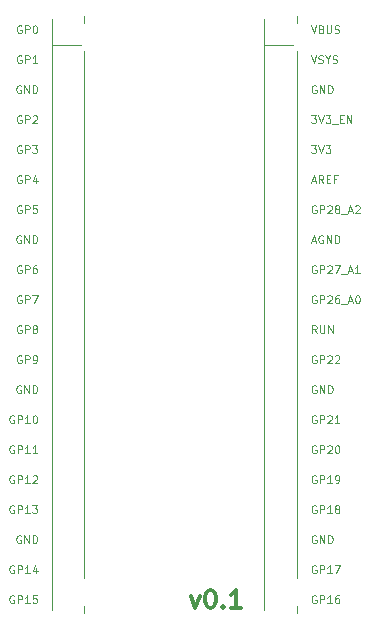
<source format=gto>
%TF.GenerationSoftware,KiCad,Pcbnew,9.0.6-9.0.6~ubuntu22.04.1*%
%TF.CreationDate,2026-01-23T17:03:56+00:00*%
%TF.ProjectId,mm_raspberry_pi_pico,6d6d5f72-6173-4706-9265-7272795f7069,v0.1*%
%TF.SameCoordinates,PX8d24d00PY37ca3a0*%
%TF.FileFunction,Legend,Top*%
%TF.FilePolarity,Positive*%
%FSLAX45Y45*%
G04 Gerber Fmt 4.5, Leading zero omitted, Abs format (unit mm)*
G04 Created by KiCad (PCBNEW 9.0.6-9.0.6~ubuntu22.04.1) date 2026-01-23 17:03:56*
%MOMM*%
%LPD*%
G01*
G04 APERTURE LIST*
%ADD10C,0.300000*%
%ADD11C,0.100000*%
%ADD12C,0.120000*%
G04 APERTURE END LIST*
D10*
X141165Y-2380083D02*
X176880Y-2480083D01*
X176880Y-2480083D02*
X212594Y-2380083D01*
X298308Y-2330083D02*
X312594Y-2330083D01*
X312594Y-2330083D02*
X326880Y-2337226D01*
X326880Y-2337226D02*
X334023Y-2344369D01*
X334023Y-2344369D02*
X341165Y-2358654D01*
X341165Y-2358654D02*
X348308Y-2387226D01*
X348308Y-2387226D02*
X348308Y-2422940D01*
X348308Y-2422940D02*
X341165Y-2451511D01*
X341165Y-2451511D02*
X334023Y-2465797D01*
X334023Y-2465797D02*
X326880Y-2472940D01*
X326880Y-2472940D02*
X312594Y-2480083D01*
X312594Y-2480083D02*
X298308Y-2480083D01*
X298308Y-2480083D02*
X284023Y-2472940D01*
X284023Y-2472940D02*
X276880Y-2465797D01*
X276880Y-2465797D02*
X269737Y-2451511D01*
X269737Y-2451511D02*
X262594Y-2422940D01*
X262594Y-2422940D02*
X262594Y-2387226D01*
X262594Y-2387226D02*
X269737Y-2358654D01*
X269737Y-2358654D02*
X276880Y-2344369D01*
X276880Y-2344369D02*
X284023Y-2337226D01*
X284023Y-2337226D02*
X298308Y-2330083D01*
X412594Y-2465797D02*
X419737Y-2472940D01*
X419737Y-2472940D02*
X412594Y-2480083D01*
X412594Y-2480083D02*
X405451Y-2472940D01*
X405451Y-2472940D02*
X412594Y-2465797D01*
X412594Y-2465797D02*
X412594Y-2480083D01*
X562594Y-2480083D02*
X476880Y-2480083D01*
X519737Y-2480083D02*
X519737Y-2330083D01*
X519737Y-2330083D02*
X505451Y-2351511D01*
X505451Y-2351511D02*
X491165Y-2365797D01*
X491165Y-2365797D02*
X476880Y-2372940D01*
D11*
X1203550Y-157323D02*
X1181327Y-125575D01*
X1165453Y-157323D02*
X1165453Y-90653D01*
X1165453Y-90653D02*
X1190851Y-90653D01*
X1190851Y-90653D02*
X1197200Y-93828D01*
X1197200Y-93828D02*
X1200375Y-97002D01*
X1200375Y-97002D02*
X1203550Y-103352D01*
X1203550Y-103352D02*
X1203550Y-112876D01*
X1203550Y-112876D02*
X1200375Y-119226D01*
X1200375Y-119226D02*
X1197200Y-122400D01*
X1197200Y-122400D02*
X1190851Y-125575D01*
X1190851Y-125575D02*
X1165453Y-125575D01*
X1232123Y-90653D02*
X1232123Y-144624D01*
X1232123Y-144624D02*
X1235297Y-150973D01*
X1235297Y-150973D02*
X1238472Y-154148D01*
X1238472Y-154148D02*
X1244822Y-157323D01*
X1244822Y-157323D02*
X1257521Y-157323D01*
X1257521Y-157323D02*
X1263870Y-154148D01*
X1263870Y-154148D02*
X1267045Y-150973D01*
X1267045Y-150973D02*
X1270220Y-144624D01*
X1270220Y-144624D02*
X1270220Y-90653D01*
X1301968Y-157323D02*
X1301968Y-90653D01*
X1301968Y-90653D02*
X1340065Y-157323D01*
X1340065Y-157323D02*
X1340065Y-90653D01*
X-1295618Y160172D02*
X-1301968Y163347D01*
X-1301968Y163347D02*
X-1311492Y163347D01*
X-1311492Y163347D02*
X-1321016Y160172D01*
X-1321016Y160172D02*
X-1327366Y153823D01*
X-1327366Y153823D02*
X-1330540Y147473D01*
X-1330540Y147473D02*
X-1333715Y134774D01*
X-1333715Y134774D02*
X-1333715Y125250D01*
X-1333715Y125250D02*
X-1330540Y112551D01*
X-1330540Y112551D02*
X-1327366Y106201D01*
X-1327366Y106201D02*
X-1321016Y99852D01*
X-1321016Y99852D02*
X-1311492Y96677D01*
X-1311492Y96677D02*
X-1305142Y96677D01*
X-1305142Y96677D02*
X-1295618Y99852D01*
X-1295618Y99852D02*
X-1292443Y103027D01*
X-1292443Y103027D02*
X-1292443Y125250D01*
X-1292443Y125250D02*
X-1305142Y125250D01*
X-1263870Y96677D02*
X-1263870Y163347D01*
X-1263870Y163347D02*
X-1238472Y163347D01*
X-1238472Y163347D02*
X-1232123Y160172D01*
X-1232123Y160172D02*
X-1228948Y156998D01*
X-1228948Y156998D02*
X-1225773Y150648D01*
X-1225773Y150648D02*
X-1225773Y141124D01*
X-1225773Y141124D02*
X-1228948Y134774D01*
X-1228948Y134774D02*
X-1232123Y131600D01*
X-1232123Y131600D02*
X-1238472Y128425D01*
X-1238472Y128425D02*
X-1263870Y128425D01*
X-1203550Y163347D02*
X-1159103Y163347D01*
X-1159103Y163347D02*
X-1187676Y96677D01*
X-1295618Y2446172D02*
X-1301968Y2449347D01*
X-1301968Y2449347D02*
X-1311492Y2449347D01*
X-1311492Y2449347D02*
X-1321016Y2446172D01*
X-1321016Y2446172D02*
X-1327366Y2439823D01*
X-1327366Y2439823D02*
X-1330540Y2433473D01*
X-1330540Y2433473D02*
X-1333715Y2420774D01*
X-1333715Y2420774D02*
X-1333715Y2411250D01*
X-1333715Y2411250D02*
X-1330540Y2398551D01*
X-1330540Y2398551D02*
X-1327366Y2392202D01*
X-1327366Y2392202D02*
X-1321016Y2385852D01*
X-1321016Y2385852D02*
X-1311492Y2382677D01*
X-1311492Y2382677D02*
X-1305142Y2382677D01*
X-1305142Y2382677D02*
X-1295618Y2385852D01*
X-1295618Y2385852D02*
X-1292443Y2389027D01*
X-1292443Y2389027D02*
X-1292443Y2411250D01*
X-1292443Y2411250D02*
X-1305142Y2411250D01*
X-1263870Y2382677D02*
X-1263870Y2449347D01*
X-1263870Y2449347D02*
X-1238472Y2449347D01*
X-1238472Y2449347D02*
X-1232123Y2446172D01*
X-1232123Y2446172D02*
X-1228948Y2442998D01*
X-1228948Y2442998D02*
X-1225773Y2436648D01*
X-1225773Y2436648D02*
X-1225773Y2427124D01*
X-1225773Y2427124D02*
X-1228948Y2420774D01*
X-1228948Y2420774D02*
X-1232123Y2417600D01*
X-1232123Y2417600D02*
X-1238472Y2414425D01*
X-1238472Y2414425D02*
X-1263870Y2414425D01*
X-1184501Y2449347D02*
X-1178152Y2449347D01*
X-1178152Y2449347D02*
X-1171802Y2446172D01*
X-1171802Y2446172D02*
X-1168628Y2442998D01*
X-1168628Y2442998D02*
X-1165453Y2436648D01*
X-1165453Y2436648D02*
X-1162278Y2423949D01*
X-1162278Y2423949D02*
X-1162278Y2408075D01*
X-1162278Y2408075D02*
X-1165453Y2395376D01*
X-1165453Y2395376D02*
X-1168628Y2389027D01*
X-1168628Y2389027D02*
X-1171802Y2385852D01*
X-1171802Y2385852D02*
X-1178152Y2382677D01*
X-1178152Y2382677D02*
X-1184501Y2382677D01*
X-1184501Y2382677D02*
X-1190851Y2385852D01*
X-1190851Y2385852D02*
X-1194026Y2389027D01*
X-1194026Y2389027D02*
X-1197200Y2395376D01*
X-1197200Y2395376D02*
X-1200375Y2408075D01*
X-1200375Y2408075D02*
X-1200375Y2423949D01*
X-1200375Y2423949D02*
X-1197200Y2436648D01*
X-1197200Y2436648D02*
X-1194026Y2442998D01*
X-1194026Y2442998D02*
X-1190851Y2446172D01*
X-1190851Y2446172D02*
X-1184501Y2449347D01*
X1200375Y-347828D02*
X1194026Y-344653D01*
X1194026Y-344653D02*
X1184501Y-344653D01*
X1184501Y-344653D02*
X1174977Y-347828D01*
X1174977Y-347828D02*
X1168627Y-354177D01*
X1168627Y-354177D02*
X1165453Y-360527D01*
X1165453Y-360527D02*
X1162278Y-373226D01*
X1162278Y-373226D02*
X1162278Y-382750D01*
X1162278Y-382750D02*
X1165453Y-395449D01*
X1165453Y-395449D02*
X1168627Y-401798D01*
X1168627Y-401798D02*
X1174977Y-408148D01*
X1174977Y-408148D02*
X1184501Y-411323D01*
X1184501Y-411323D02*
X1190851Y-411323D01*
X1190851Y-411323D02*
X1200375Y-408148D01*
X1200375Y-408148D02*
X1203550Y-404973D01*
X1203550Y-404973D02*
X1203550Y-382750D01*
X1203550Y-382750D02*
X1190851Y-382750D01*
X1232123Y-411323D02*
X1232123Y-344653D01*
X1232123Y-344653D02*
X1257521Y-344653D01*
X1257521Y-344653D02*
X1263870Y-347828D01*
X1263870Y-347828D02*
X1267045Y-351002D01*
X1267045Y-351002D02*
X1270220Y-357352D01*
X1270220Y-357352D02*
X1270220Y-366876D01*
X1270220Y-366876D02*
X1267045Y-373226D01*
X1267045Y-373226D02*
X1263870Y-376400D01*
X1263870Y-376400D02*
X1257521Y-379575D01*
X1257521Y-379575D02*
X1232123Y-379575D01*
X1295618Y-351002D02*
X1298793Y-347828D01*
X1298793Y-347828D02*
X1305142Y-344653D01*
X1305142Y-344653D02*
X1321016Y-344653D01*
X1321016Y-344653D02*
X1327366Y-347828D01*
X1327366Y-347828D02*
X1330540Y-351002D01*
X1330540Y-351002D02*
X1333715Y-357352D01*
X1333715Y-357352D02*
X1333715Y-363701D01*
X1333715Y-363701D02*
X1330540Y-373226D01*
X1330540Y-373226D02*
X1292443Y-411323D01*
X1292443Y-411323D02*
X1333715Y-411323D01*
X1359113Y-351002D02*
X1362288Y-347828D01*
X1362288Y-347828D02*
X1368637Y-344653D01*
X1368637Y-344653D02*
X1384511Y-344653D01*
X1384511Y-344653D02*
X1390861Y-347828D01*
X1390861Y-347828D02*
X1394036Y-351002D01*
X1394036Y-351002D02*
X1397210Y-357352D01*
X1397210Y-357352D02*
X1397210Y-363701D01*
X1397210Y-363701D02*
X1394036Y-373226D01*
X1394036Y-373226D02*
X1355938Y-411323D01*
X1355938Y-411323D02*
X1397210Y-411323D01*
X1155928Y2449347D02*
X1178152Y2382677D01*
X1178152Y2382677D02*
X1200375Y2449347D01*
X1244822Y2417600D02*
X1254346Y2414425D01*
X1254346Y2414425D02*
X1257521Y2411250D01*
X1257521Y2411250D02*
X1260696Y2404901D01*
X1260696Y2404901D02*
X1260696Y2395376D01*
X1260696Y2395376D02*
X1257521Y2389027D01*
X1257521Y2389027D02*
X1254346Y2385852D01*
X1254346Y2385852D02*
X1247997Y2382677D01*
X1247997Y2382677D02*
X1222598Y2382677D01*
X1222598Y2382677D02*
X1222598Y2449347D01*
X1222598Y2449347D02*
X1244822Y2449347D01*
X1244822Y2449347D02*
X1251171Y2446172D01*
X1251171Y2446172D02*
X1254346Y2442998D01*
X1254346Y2442998D02*
X1257521Y2436648D01*
X1257521Y2436648D02*
X1257521Y2430299D01*
X1257521Y2430299D02*
X1254346Y2423949D01*
X1254346Y2423949D02*
X1251171Y2420774D01*
X1251171Y2420774D02*
X1244822Y2417600D01*
X1244822Y2417600D02*
X1222598Y2417600D01*
X1289268Y2449347D02*
X1289268Y2395376D01*
X1289268Y2395376D02*
X1292443Y2389027D01*
X1292443Y2389027D02*
X1295618Y2385852D01*
X1295618Y2385852D02*
X1301967Y2382677D01*
X1301967Y2382677D02*
X1314667Y2382677D01*
X1314667Y2382677D02*
X1321016Y2385852D01*
X1321016Y2385852D02*
X1324191Y2389027D01*
X1324191Y2389027D02*
X1327366Y2395376D01*
X1327366Y2395376D02*
X1327366Y2449347D01*
X1355938Y2385852D02*
X1365463Y2382677D01*
X1365463Y2382677D02*
X1381337Y2382677D01*
X1381337Y2382677D02*
X1387686Y2385852D01*
X1387686Y2385852D02*
X1390861Y2389027D01*
X1390861Y2389027D02*
X1394036Y2395376D01*
X1394036Y2395376D02*
X1394036Y2401726D01*
X1394036Y2401726D02*
X1390861Y2408075D01*
X1390861Y2408075D02*
X1387686Y2411250D01*
X1387686Y2411250D02*
X1381337Y2414425D01*
X1381337Y2414425D02*
X1368637Y2417600D01*
X1368637Y2417600D02*
X1362288Y2420774D01*
X1362288Y2420774D02*
X1359113Y2423949D01*
X1359113Y2423949D02*
X1355938Y2430299D01*
X1355938Y2430299D02*
X1355938Y2436648D01*
X1355938Y2436648D02*
X1359113Y2442998D01*
X1359113Y2442998D02*
X1362288Y2446172D01*
X1362288Y2446172D02*
X1368637Y2449347D01*
X1368637Y2449347D02*
X1384511Y2449347D01*
X1384511Y2449347D02*
X1394036Y2446172D01*
X-1295618Y922172D02*
X-1301968Y925347D01*
X-1301968Y925347D02*
X-1311492Y925347D01*
X-1311492Y925347D02*
X-1321016Y922172D01*
X-1321016Y922172D02*
X-1327366Y915823D01*
X-1327366Y915823D02*
X-1330540Y909473D01*
X-1330540Y909473D02*
X-1333715Y896774D01*
X-1333715Y896774D02*
X-1333715Y887250D01*
X-1333715Y887250D02*
X-1330540Y874551D01*
X-1330540Y874551D02*
X-1327366Y868201D01*
X-1327366Y868201D02*
X-1321016Y861852D01*
X-1321016Y861852D02*
X-1311492Y858677D01*
X-1311492Y858677D02*
X-1305142Y858677D01*
X-1305142Y858677D02*
X-1295618Y861852D01*
X-1295618Y861852D02*
X-1292443Y865027D01*
X-1292443Y865027D02*
X-1292443Y887250D01*
X-1292443Y887250D02*
X-1305142Y887250D01*
X-1263870Y858677D02*
X-1263870Y925347D01*
X-1263870Y925347D02*
X-1238472Y925347D01*
X-1238472Y925347D02*
X-1232123Y922172D01*
X-1232123Y922172D02*
X-1228948Y918998D01*
X-1228948Y918998D02*
X-1225773Y912648D01*
X-1225773Y912648D02*
X-1225773Y903124D01*
X-1225773Y903124D02*
X-1228948Y896774D01*
X-1228948Y896774D02*
X-1232123Y893600D01*
X-1232123Y893600D02*
X-1238472Y890425D01*
X-1238472Y890425D02*
X-1263870Y890425D01*
X-1165453Y925347D02*
X-1197200Y925347D01*
X-1197200Y925347D02*
X-1200375Y893600D01*
X-1200375Y893600D02*
X-1197200Y896774D01*
X-1197200Y896774D02*
X-1190851Y899949D01*
X-1190851Y899949D02*
X-1174977Y899949D01*
X-1174977Y899949D02*
X-1168628Y896774D01*
X-1168628Y896774D02*
X-1165453Y893600D01*
X-1165453Y893600D02*
X-1162278Y887250D01*
X-1162278Y887250D02*
X-1162278Y871376D01*
X-1162278Y871376D02*
X-1165453Y865027D01*
X-1165453Y865027D02*
X-1168628Y861852D01*
X-1168628Y861852D02*
X-1174977Y858677D01*
X-1174977Y858677D02*
X-1190851Y858677D01*
X-1190851Y858677D02*
X-1197200Y861852D01*
X-1197200Y861852D02*
X-1200375Y865027D01*
X-1359113Y-1109828D02*
X-1365463Y-1106653D01*
X-1365463Y-1106653D02*
X-1374987Y-1106653D01*
X-1374987Y-1106653D02*
X-1384511Y-1109828D01*
X-1384511Y-1109828D02*
X-1390861Y-1116177D01*
X-1390861Y-1116177D02*
X-1394036Y-1122527D01*
X-1394036Y-1122527D02*
X-1397210Y-1135226D01*
X-1397210Y-1135226D02*
X-1397210Y-1144750D01*
X-1397210Y-1144750D02*
X-1394036Y-1157449D01*
X-1394036Y-1157449D02*
X-1390861Y-1163799D01*
X-1390861Y-1163799D02*
X-1384511Y-1170148D01*
X-1384511Y-1170148D02*
X-1374987Y-1173323D01*
X-1374987Y-1173323D02*
X-1368637Y-1173323D01*
X-1368637Y-1173323D02*
X-1359113Y-1170148D01*
X-1359113Y-1170148D02*
X-1355938Y-1166973D01*
X-1355938Y-1166973D02*
X-1355938Y-1144750D01*
X-1355938Y-1144750D02*
X-1368637Y-1144750D01*
X-1327366Y-1173323D02*
X-1327366Y-1106653D01*
X-1327366Y-1106653D02*
X-1301967Y-1106653D01*
X-1301967Y-1106653D02*
X-1295618Y-1109828D01*
X-1295618Y-1109828D02*
X-1292443Y-1113002D01*
X-1292443Y-1113002D02*
X-1289268Y-1119352D01*
X-1289268Y-1119352D02*
X-1289268Y-1128876D01*
X-1289268Y-1128876D02*
X-1292443Y-1135226D01*
X-1292443Y-1135226D02*
X-1295618Y-1138400D01*
X-1295618Y-1138400D02*
X-1301967Y-1141575D01*
X-1301967Y-1141575D02*
X-1327366Y-1141575D01*
X-1225773Y-1173323D02*
X-1263870Y-1173323D01*
X-1244822Y-1173323D02*
X-1244822Y-1106653D01*
X-1244822Y-1106653D02*
X-1251171Y-1116177D01*
X-1251171Y-1116177D02*
X-1257521Y-1122527D01*
X-1257521Y-1122527D02*
X-1263870Y-1125701D01*
X-1162278Y-1173323D02*
X-1200375Y-1173323D01*
X-1181327Y-1173323D02*
X-1181327Y-1106653D01*
X-1181327Y-1106653D02*
X-1187676Y-1116177D01*
X-1187676Y-1116177D02*
X-1194026Y-1122527D01*
X-1194026Y-1122527D02*
X-1200375Y-1125701D01*
X-1359113Y-1363828D02*
X-1365463Y-1360653D01*
X-1365463Y-1360653D02*
X-1374987Y-1360653D01*
X-1374987Y-1360653D02*
X-1384511Y-1363828D01*
X-1384511Y-1363828D02*
X-1390861Y-1370177D01*
X-1390861Y-1370177D02*
X-1394036Y-1376527D01*
X-1394036Y-1376527D02*
X-1397210Y-1389226D01*
X-1397210Y-1389226D02*
X-1397210Y-1398750D01*
X-1397210Y-1398750D02*
X-1394036Y-1411449D01*
X-1394036Y-1411449D02*
X-1390861Y-1417798D01*
X-1390861Y-1417798D02*
X-1384511Y-1424148D01*
X-1384511Y-1424148D02*
X-1374987Y-1427323D01*
X-1374987Y-1427323D02*
X-1368637Y-1427323D01*
X-1368637Y-1427323D02*
X-1359113Y-1424148D01*
X-1359113Y-1424148D02*
X-1355938Y-1420973D01*
X-1355938Y-1420973D02*
X-1355938Y-1398750D01*
X-1355938Y-1398750D02*
X-1368637Y-1398750D01*
X-1327366Y-1427323D02*
X-1327366Y-1360653D01*
X-1327366Y-1360653D02*
X-1301967Y-1360653D01*
X-1301967Y-1360653D02*
X-1295618Y-1363828D01*
X-1295618Y-1363828D02*
X-1292443Y-1367002D01*
X-1292443Y-1367002D02*
X-1289268Y-1373352D01*
X-1289268Y-1373352D02*
X-1289268Y-1382876D01*
X-1289268Y-1382876D02*
X-1292443Y-1389226D01*
X-1292443Y-1389226D02*
X-1295618Y-1392400D01*
X-1295618Y-1392400D02*
X-1301967Y-1395575D01*
X-1301967Y-1395575D02*
X-1327366Y-1395575D01*
X-1225773Y-1427323D02*
X-1263870Y-1427323D01*
X-1244822Y-1427323D02*
X-1244822Y-1360653D01*
X-1244822Y-1360653D02*
X-1251171Y-1370177D01*
X-1251171Y-1370177D02*
X-1257521Y-1376527D01*
X-1257521Y-1376527D02*
X-1263870Y-1379701D01*
X-1200375Y-1367002D02*
X-1197200Y-1363828D01*
X-1197200Y-1363828D02*
X-1190851Y-1360653D01*
X-1190851Y-1360653D02*
X-1174977Y-1360653D01*
X-1174977Y-1360653D02*
X-1168628Y-1363828D01*
X-1168628Y-1363828D02*
X-1165453Y-1367002D01*
X-1165453Y-1367002D02*
X-1162278Y-1373352D01*
X-1162278Y-1373352D02*
X-1162278Y-1379701D01*
X-1162278Y-1379701D02*
X-1165453Y-1389226D01*
X-1165453Y-1389226D02*
X-1203550Y-1427323D01*
X-1203550Y-1427323D02*
X-1162278Y-1427323D01*
X1200375Y-1617828D02*
X1194026Y-1614653D01*
X1194026Y-1614653D02*
X1184501Y-1614653D01*
X1184501Y-1614653D02*
X1174977Y-1617828D01*
X1174977Y-1617828D02*
X1168627Y-1624177D01*
X1168627Y-1624177D02*
X1165453Y-1630527D01*
X1165453Y-1630527D02*
X1162278Y-1643226D01*
X1162278Y-1643226D02*
X1162278Y-1652750D01*
X1162278Y-1652750D02*
X1165453Y-1665449D01*
X1165453Y-1665449D02*
X1168627Y-1671798D01*
X1168627Y-1671798D02*
X1174977Y-1678148D01*
X1174977Y-1678148D02*
X1184501Y-1681323D01*
X1184501Y-1681323D02*
X1190851Y-1681323D01*
X1190851Y-1681323D02*
X1200375Y-1678148D01*
X1200375Y-1678148D02*
X1203550Y-1674973D01*
X1203550Y-1674973D02*
X1203550Y-1652750D01*
X1203550Y-1652750D02*
X1190851Y-1652750D01*
X1232123Y-1681323D02*
X1232123Y-1614653D01*
X1232123Y-1614653D02*
X1257521Y-1614653D01*
X1257521Y-1614653D02*
X1263870Y-1617828D01*
X1263870Y-1617828D02*
X1267045Y-1621002D01*
X1267045Y-1621002D02*
X1270220Y-1627352D01*
X1270220Y-1627352D02*
X1270220Y-1636876D01*
X1270220Y-1636876D02*
X1267045Y-1643226D01*
X1267045Y-1643226D02*
X1263870Y-1646400D01*
X1263870Y-1646400D02*
X1257521Y-1649575D01*
X1257521Y-1649575D02*
X1232123Y-1649575D01*
X1333715Y-1681323D02*
X1295618Y-1681323D01*
X1314667Y-1681323D02*
X1314667Y-1614653D01*
X1314667Y-1614653D02*
X1308317Y-1624177D01*
X1308317Y-1624177D02*
X1301967Y-1630527D01*
X1301967Y-1630527D02*
X1295618Y-1633701D01*
X1371812Y-1643226D02*
X1365463Y-1640051D01*
X1365463Y-1640051D02*
X1362288Y-1636876D01*
X1362288Y-1636876D02*
X1359113Y-1630527D01*
X1359113Y-1630527D02*
X1359113Y-1627352D01*
X1359113Y-1627352D02*
X1362288Y-1621002D01*
X1362288Y-1621002D02*
X1365463Y-1617828D01*
X1365463Y-1617828D02*
X1371812Y-1614653D01*
X1371812Y-1614653D02*
X1384511Y-1614653D01*
X1384511Y-1614653D02*
X1390861Y-1617828D01*
X1390861Y-1617828D02*
X1394036Y-1621002D01*
X1394036Y-1621002D02*
X1397210Y-1627352D01*
X1397210Y-1627352D02*
X1397210Y-1630527D01*
X1397210Y-1630527D02*
X1394036Y-1636876D01*
X1394036Y-1636876D02*
X1390861Y-1640051D01*
X1390861Y-1640051D02*
X1384511Y-1643226D01*
X1384511Y-1643226D02*
X1371812Y-1643226D01*
X1371812Y-1643226D02*
X1365463Y-1646400D01*
X1365463Y-1646400D02*
X1362288Y-1649575D01*
X1362288Y-1649575D02*
X1359113Y-1655925D01*
X1359113Y-1655925D02*
X1359113Y-1668624D01*
X1359113Y-1668624D02*
X1362288Y-1674973D01*
X1362288Y-1674973D02*
X1365463Y-1678148D01*
X1365463Y-1678148D02*
X1371812Y-1681323D01*
X1371812Y-1681323D02*
X1384511Y-1681323D01*
X1384511Y-1681323D02*
X1390861Y-1678148D01*
X1390861Y-1678148D02*
X1394036Y-1674973D01*
X1394036Y-1674973D02*
X1397210Y-1668624D01*
X1397210Y-1668624D02*
X1397210Y-1655925D01*
X1397210Y-1655925D02*
X1394036Y-1649575D01*
X1394036Y-1649575D02*
X1390861Y-1646400D01*
X1390861Y-1646400D02*
X1384511Y-1643226D01*
X-1359113Y-1617828D02*
X-1365463Y-1614653D01*
X-1365463Y-1614653D02*
X-1374987Y-1614653D01*
X-1374987Y-1614653D02*
X-1384511Y-1617828D01*
X-1384511Y-1617828D02*
X-1390861Y-1624177D01*
X-1390861Y-1624177D02*
X-1394036Y-1630527D01*
X-1394036Y-1630527D02*
X-1397210Y-1643226D01*
X-1397210Y-1643226D02*
X-1397210Y-1652750D01*
X-1397210Y-1652750D02*
X-1394036Y-1665449D01*
X-1394036Y-1665449D02*
X-1390861Y-1671798D01*
X-1390861Y-1671798D02*
X-1384511Y-1678148D01*
X-1384511Y-1678148D02*
X-1374987Y-1681323D01*
X-1374987Y-1681323D02*
X-1368637Y-1681323D01*
X-1368637Y-1681323D02*
X-1359113Y-1678148D01*
X-1359113Y-1678148D02*
X-1355938Y-1674973D01*
X-1355938Y-1674973D02*
X-1355938Y-1652750D01*
X-1355938Y-1652750D02*
X-1368637Y-1652750D01*
X-1327366Y-1681323D02*
X-1327366Y-1614653D01*
X-1327366Y-1614653D02*
X-1301967Y-1614653D01*
X-1301967Y-1614653D02*
X-1295618Y-1617828D01*
X-1295618Y-1617828D02*
X-1292443Y-1621002D01*
X-1292443Y-1621002D02*
X-1289268Y-1627352D01*
X-1289268Y-1627352D02*
X-1289268Y-1636876D01*
X-1289268Y-1636876D02*
X-1292443Y-1643226D01*
X-1292443Y-1643226D02*
X-1295618Y-1646400D01*
X-1295618Y-1646400D02*
X-1301967Y-1649575D01*
X-1301967Y-1649575D02*
X-1327366Y-1649575D01*
X-1225773Y-1681323D02*
X-1263870Y-1681323D01*
X-1244822Y-1681323D02*
X-1244822Y-1614653D01*
X-1244822Y-1614653D02*
X-1251171Y-1624177D01*
X-1251171Y-1624177D02*
X-1257521Y-1630527D01*
X-1257521Y-1630527D02*
X-1263870Y-1633701D01*
X-1203550Y-1614653D02*
X-1162278Y-1614653D01*
X-1162278Y-1614653D02*
X-1184501Y-1640051D01*
X-1184501Y-1640051D02*
X-1174977Y-1640051D01*
X-1174977Y-1640051D02*
X-1168628Y-1643226D01*
X-1168628Y-1643226D02*
X-1165453Y-1646400D01*
X-1165453Y-1646400D02*
X-1162278Y-1652750D01*
X-1162278Y-1652750D02*
X-1162278Y-1668624D01*
X-1162278Y-1668624D02*
X-1165453Y-1674973D01*
X-1165453Y-1674973D02*
X-1168628Y-1678148D01*
X-1168628Y-1678148D02*
X-1174977Y-1681323D01*
X-1174977Y-1681323D02*
X-1194026Y-1681323D01*
X-1194026Y-1681323D02*
X-1200375Y-1678148D01*
X-1200375Y-1678148D02*
X-1203550Y-1674973D01*
X1155928Y2195347D02*
X1178152Y2128677D01*
X1178152Y2128677D02*
X1200375Y2195347D01*
X1219424Y2131852D02*
X1228948Y2128677D01*
X1228948Y2128677D02*
X1244822Y2128677D01*
X1244822Y2128677D02*
X1251171Y2131852D01*
X1251171Y2131852D02*
X1254346Y2135027D01*
X1254346Y2135027D02*
X1257521Y2141376D01*
X1257521Y2141376D02*
X1257521Y2147726D01*
X1257521Y2147726D02*
X1254346Y2154075D01*
X1254346Y2154075D02*
X1251171Y2157250D01*
X1251171Y2157250D02*
X1244822Y2160425D01*
X1244822Y2160425D02*
X1232123Y2163600D01*
X1232123Y2163600D02*
X1225773Y2166774D01*
X1225773Y2166774D02*
X1222598Y2169949D01*
X1222598Y2169949D02*
X1219424Y2176299D01*
X1219424Y2176299D02*
X1219424Y2182648D01*
X1219424Y2182648D02*
X1222598Y2188998D01*
X1222598Y2188998D02*
X1225773Y2192172D01*
X1225773Y2192172D02*
X1232123Y2195347D01*
X1232123Y2195347D02*
X1247997Y2195347D01*
X1247997Y2195347D02*
X1257521Y2192172D01*
X1298793Y2160425D02*
X1298793Y2128677D01*
X1276569Y2195347D02*
X1298793Y2160425D01*
X1298793Y2160425D02*
X1321016Y2195347D01*
X1340065Y2131852D02*
X1349589Y2128677D01*
X1349589Y2128677D02*
X1365463Y2128677D01*
X1365463Y2128677D02*
X1371812Y2131852D01*
X1371812Y2131852D02*
X1374987Y2135027D01*
X1374987Y2135027D02*
X1378162Y2141376D01*
X1378162Y2141376D02*
X1378162Y2147726D01*
X1378162Y2147726D02*
X1374987Y2154075D01*
X1374987Y2154075D02*
X1371812Y2157250D01*
X1371812Y2157250D02*
X1365463Y2160425D01*
X1365463Y2160425D02*
X1352764Y2163600D01*
X1352764Y2163600D02*
X1346414Y2166774D01*
X1346414Y2166774D02*
X1343239Y2169949D01*
X1343239Y2169949D02*
X1340065Y2176299D01*
X1340065Y2176299D02*
X1340065Y2182648D01*
X1340065Y2182648D02*
X1343239Y2188998D01*
X1343239Y2188998D02*
X1346414Y2192172D01*
X1346414Y2192172D02*
X1352764Y2195347D01*
X1352764Y2195347D02*
X1368637Y2195347D01*
X1368637Y2195347D02*
X1378162Y2192172D01*
X1200375Y-1871828D02*
X1194026Y-1868653D01*
X1194026Y-1868653D02*
X1184501Y-1868653D01*
X1184501Y-1868653D02*
X1174977Y-1871828D01*
X1174977Y-1871828D02*
X1168627Y-1878177D01*
X1168627Y-1878177D02*
X1165453Y-1884527D01*
X1165453Y-1884527D02*
X1162278Y-1897226D01*
X1162278Y-1897226D02*
X1162278Y-1906750D01*
X1162278Y-1906750D02*
X1165453Y-1919449D01*
X1165453Y-1919449D02*
X1168627Y-1925798D01*
X1168627Y-1925798D02*
X1174977Y-1932148D01*
X1174977Y-1932148D02*
X1184501Y-1935323D01*
X1184501Y-1935323D02*
X1190851Y-1935323D01*
X1190851Y-1935323D02*
X1200375Y-1932148D01*
X1200375Y-1932148D02*
X1203550Y-1928973D01*
X1203550Y-1928973D02*
X1203550Y-1906750D01*
X1203550Y-1906750D02*
X1190851Y-1906750D01*
X1232123Y-1935323D02*
X1232123Y-1868653D01*
X1232123Y-1868653D02*
X1270220Y-1935323D01*
X1270220Y-1935323D02*
X1270220Y-1868653D01*
X1301968Y-1935323D02*
X1301968Y-1868653D01*
X1301968Y-1868653D02*
X1317841Y-1868653D01*
X1317841Y-1868653D02*
X1327366Y-1871828D01*
X1327366Y-1871828D02*
X1333715Y-1878177D01*
X1333715Y-1878177D02*
X1336890Y-1884527D01*
X1336890Y-1884527D02*
X1340065Y-1897226D01*
X1340065Y-1897226D02*
X1340065Y-1906750D01*
X1340065Y-1906750D02*
X1336890Y-1919449D01*
X1336890Y-1919449D02*
X1333715Y-1925798D01*
X1333715Y-1925798D02*
X1327366Y-1932148D01*
X1327366Y-1932148D02*
X1317841Y-1935323D01*
X1317841Y-1935323D02*
X1301968Y-1935323D01*
X-1295618Y414172D02*
X-1301968Y417347D01*
X-1301968Y417347D02*
X-1311492Y417347D01*
X-1311492Y417347D02*
X-1321016Y414172D01*
X-1321016Y414172D02*
X-1327366Y407823D01*
X-1327366Y407823D02*
X-1330540Y401473D01*
X-1330540Y401473D02*
X-1333715Y388774D01*
X-1333715Y388774D02*
X-1333715Y379250D01*
X-1333715Y379250D02*
X-1330540Y366551D01*
X-1330540Y366551D02*
X-1327366Y360201D01*
X-1327366Y360201D02*
X-1321016Y353852D01*
X-1321016Y353852D02*
X-1311492Y350677D01*
X-1311492Y350677D02*
X-1305142Y350677D01*
X-1305142Y350677D02*
X-1295618Y353852D01*
X-1295618Y353852D02*
X-1292443Y357027D01*
X-1292443Y357027D02*
X-1292443Y379250D01*
X-1292443Y379250D02*
X-1305142Y379250D01*
X-1263870Y350677D02*
X-1263870Y417347D01*
X-1263870Y417347D02*
X-1238472Y417347D01*
X-1238472Y417347D02*
X-1232123Y414172D01*
X-1232123Y414172D02*
X-1228948Y410998D01*
X-1228948Y410998D02*
X-1225773Y404648D01*
X-1225773Y404648D02*
X-1225773Y395124D01*
X-1225773Y395124D02*
X-1228948Y388774D01*
X-1228948Y388774D02*
X-1232123Y385600D01*
X-1232123Y385600D02*
X-1238472Y382425D01*
X-1238472Y382425D02*
X-1263870Y382425D01*
X-1168628Y417347D02*
X-1181327Y417347D01*
X-1181327Y417347D02*
X-1187676Y414172D01*
X-1187676Y414172D02*
X-1190851Y410998D01*
X-1190851Y410998D02*
X-1197200Y401473D01*
X-1197200Y401473D02*
X-1200375Y388774D01*
X-1200375Y388774D02*
X-1200375Y363376D01*
X-1200375Y363376D02*
X-1197200Y357027D01*
X-1197200Y357027D02*
X-1194026Y353852D01*
X-1194026Y353852D02*
X-1187676Y350677D01*
X-1187676Y350677D02*
X-1174977Y350677D01*
X-1174977Y350677D02*
X-1168628Y353852D01*
X-1168628Y353852D02*
X-1165453Y357027D01*
X-1165453Y357027D02*
X-1162278Y363376D01*
X-1162278Y363376D02*
X-1162278Y379250D01*
X-1162278Y379250D02*
X-1165453Y385600D01*
X-1165453Y385600D02*
X-1168628Y388774D01*
X-1168628Y388774D02*
X-1174977Y391949D01*
X-1174977Y391949D02*
X-1187676Y391949D01*
X-1187676Y391949D02*
X-1194026Y388774D01*
X-1194026Y388774D02*
X-1197200Y385600D01*
X-1197200Y385600D02*
X-1200375Y379250D01*
X1162278Y1131726D02*
X1194026Y1131726D01*
X1155928Y1112677D02*
X1178152Y1179347D01*
X1178152Y1179347D02*
X1200375Y1112677D01*
X1260696Y1112677D02*
X1238472Y1144425D01*
X1222598Y1112677D02*
X1222598Y1179347D01*
X1222598Y1179347D02*
X1247997Y1179347D01*
X1247997Y1179347D02*
X1254346Y1176172D01*
X1254346Y1176172D02*
X1257521Y1172998D01*
X1257521Y1172998D02*
X1260696Y1166648D01*
X1260696Y1166648D02*
X1260696Y1157124D01*
X1260696Y1157124D02*
X1257521Y1150774D01*
X1257521Y1150774D02*
X1254346Y1147600D01*
X1254346Y1147600D02*
X1247997Y1144425D01*
X1247997Y1144425D02*
X1222598Y1144425D01*
X1289268Y1147600D02*
X1311492Y1147600D01*
X1321016Y1112677D02*
X1289268Y1112677D01*
X1289268Y1112677D02*
X1289268Y1179347D01*
X1289268Y1179347D02*
X1321016Y1179347D01*
X1371812Y1147600D02*
X1349589Y1147600D01*
X1349589Y1112677D02*
X1349589Y1179347D01*
X1349589Y1179347D02*
X1381337Y1179347D01*
X1200375Y1938172D02*
X1194026Y1941347D01*
X1194026Y1941347D02*
X1184501Y1941347D01*
X1184501Y1941347D02*
X1174977Y1938172D01*
X1174977Y1938172D02*
X1168627Y1931823D01*
X1168627Y1931823D02*
X1165453Y1925473D01*
X1165453Y1925473D02*
X1162278Y1912774D01*
X1162278Y1912774D02*
X1162278Y1903250D01*
X1162278Y1903250D02*
X1165453Y1890551D01*
X1165453Y1890551D02*
X1168627Y1884201D01*
X1168627Y1884201D02*
X1174977Y1877852D01*
X1174977Y1877852D02*
X1184501Y1874677D01*
X1184501Y1874677D02*
X1190851Y1874677D01*
X1190851Y1874677D02*
X1200375Y1877852D01*
X1200375Y1877852D02*
X1203550Y1881027D01*
X1203550Y1881027D02*
X1203550Y1903250D01*
X1203550Y1903250D02*
X1190851Y1903250D01*
X1232123Y1874677D02*
X1232123Y1941347D01*
X1232123Y1941347D02*
X1270220Y1874677D01*
X1270220Y1874677D02*
X1270220Y1941347D01*
X1301968Y1874677D02*
X1301968Y1941347D01*
X1301968Y1941347D02*
X1317841Y1941347D01*
X1317841Y1941347D02*
X1327366Y1938172D01*
X1327366Y1938172D02*
X1333715Y1931823D01*
X1333715Y1931823D02*
X1336890Y1925473D01*
X1336890Y1925473D02*
X1340065Y1912774D01*
X1340065Y1912774D02*
X1340065Y1903250D01*
X1340065Y1903250D02*
X1336890Y1890551D01*
X1336890Y1890551D02*
X1333715Y1884201D01*
X1333715Y1884201D02*
X1327366Y1877852D01*
X1327366Y1877852D02*
X1317841Y1874677D01*
X1317841Y1874677D02*
X1301968Y1874677D01*
X-1359113Y-855828D02*
X-1365463Y-852653D01*
X-1365463Y-852653D02*
X-1374987Y-852653D01*
X-1374987Y-852653D02*
X-1384511Y-855828D01*
X-1384511Y-855828D02*
X-1390861Y-862177D01*
X-1390861Y-862177D02*
X-1394036Y-868527D01*
X-1394036Y-868527D02*
X-1397210Y-881226D01*
X-1397210Y-881226D02*
X-1397210Y-890750D01*
X-1397210Y-890750D02*
X-1394036Y-903449D01*
X-1394036Y-903449D02*
X-1390861Y-909798D01*
X-1390861Y-909798D02*
X-1384511Y-916148D01*
X-1384511Y-916148D02*
X-1374987Y-919323D01*
X-1374987Y-919323D02*
X-1368637Y-919323D01*
X-1368637Y-919323D02*
X-1359113Y-916148D01*
X-1359113Y-916148D02*
X-1355938Y-912973D01*
X-1355938Y-912973D02*
X-1355938Y-890750D01*
X-1355938Y-890750D02*
X-1368637Y-890750D01*
X-1327366Y-919323D02*
X-1327366Y-852653D01*
X-1327366Y-852653D02*
X-1301967Y-852653D01*
X-1301967Y-852653D02*
X-1295618Y-855828D01*
X-1295618Y-855828D02*
X-1292443Y-859002D01*
X-1292443Y-859002D02*
X-1289268Y-865352D01*
X-1289268Y-865352D02*
X-1289268Y-874876D01*
X-1289268Y-874876D02*
X-1292443Y-881226D01*
X-1292443Y-881226D02*
X-1295618Y-884400D01*
X-1295618Y-884400D02*
X-1301967Y-887575D01*
X-1301967Y-887575D02*
X-1327366Y-887575D01*
X-1225773Y-919323D02*
X-1263870Y-919323D01*
X-1244822Y-919323D02*
X-1244822Y-852653D01*
X-1244822Y-852653D02*
X-1251171Y-862177D01*
X-1251171Y-862177D02*
X-1257521Y-868527D01*
X-1257521Y-868527D02*
X-1263870Y-871701D01*
X-1184501Y-852653D02*
X-1178152Y-852653D01*
X-1178152Y-852653D02*
X-1171802Y-855828D01*
X-1171802Y-855828D02*
X-1168628Y-859002D01*
X-1168628Y-859002D02*
X-1165453Y-865352D01*
X-1165453Y-865352D02*
X-1162278Y-878051D01*
X-1162278Y-878051D02*
X-1162278Y-893925D01*
X-1162278Y-893925D02*
X-1165453Y-906624D01*
X-1165453Y-906624D02*
X-1168628Y-912973D01*
X-1168628Y-912973D02*
X-1171802Y-916148D01*
X-1171802Y-916148D02*
X-1178152Y-919323D01*
X-1178152Y-919323D02*
X-1184501Y-919323D01*
X-1184501Y-919323D02*
X-1190851Y-916148D01*
X-1190851Y-916148D02*
X-1194026Y-912973D01*
X-1194026Y-912973D02*
X-1197200Y-906624D01*
X-1197200Y-906624D02*
X-1200375Y-893925D01*
X-1200375Y-893925D02*
X-1200375Y-878051D01*
X-1200375Y-878051D02*
X-1197200Y-865352D01*
X-1197200Y-865352D02*
X-1194026Y-859002D01*
X-1194026Y-859002D02*
X-1190851Y-855828D01*
X-1190851Y-855828D02*
X-1184501Y-852653D01*
X1200375Y-2125828D02*
X1194026Y-2122653D01*
X1194026Y-2122653D02*
X1184501Y-2122653D01*
X1184501Y-2122653D02*
X1174977Y-2125828D01*
X1174977Y-2125828D02*
X1168627Y-2132177D01*
X1168627Y-2132177D02*
X1165453Y-2138527D01*
X1165453Y-2138527D02*
X1162278Y-2151226D01*
X1162278Y-2151226D02*
X1162278Y-2160750D01*
X1162278Y-2160750D02*
X1165453Y-2173449D01*
X1165453Y-2173449D02*
X1168627Y-2179799D01*
X1168627Y-2179799D02*
X1174977Y-2186148D01*
X1174977Y-2186148D02*
X1184501Y-2189323D01*
X1184501Y-2189323D02*
X1190851Y-2189323D01*
X1190851Y-2189323D02*
X1200375Y-2186148D01*
X1200375Y-2186148D02*
X1203550Y-2182973D01*
X1203550Y-2182973D02*
X1203550Y-2160750D01*
X1203550Y-2160750D02*
X1190851Y-2160750D01*
X1232123Y-2189323D02*
X1232123Y-2122653D01*
X1232123Y-2122653D02*
X1257521Y-2122653D01*
X1257521Y-2122653D02*
X1263870Y-2125828D01*
X1263870Y-2125828D02*
X1267045Y-2129002D01*
X1267045Y-2129002D02*
X1270220Y-2135352D01*
X1270220Y-2135352D02*
X1270220Y-2144876D01*
X1270220Y-2144876D02*
X1267045Y-2151226D01*
X1267045Y-2151226D02*
X1263870Y-2154400D01*
X1263870Y-2154400D02*
X1257521Y-2157575D01*
X1257521Y-2157575D02*
X1232123Y-2157575D01*
X1333715Y-2189323D02*
X1295618Y-2189323D01*
X1314667Y-2189323D02*
X1314667Y-2122653D01*
X1314667Y-2122653D02*
X1308317Y-2132177D01*
X1308317Y-2132177D02*
X1301967Y-2138527D01*
X1301967Y-2138527D02*
X1295618Y-2141701D01*
X1355938Y-2122653D02*
X1400385Y-2122653D01*
X1400385Y-2122653D02*
X1371812Y-2189323D01*
X1200375Y-601828D02*
X1194026Y-598653D01*
X1194026Y-598653D02*
X1184501Y-598653D01*
X1184501Y-598653D02*
X1174977Y-601828D01*
X1174977Y-601828D02*
X1168627Y-608177D01*
X1168627Y-608177D02*
X1165453Y-614527D01*
X1165453Y-614527D02*
X1162278Y-627226D01*
X1162278Y-627226D02*
X1162278Y-636750D01*
X1162278Y-636750D02*
X1165453Y-649449D01*
X1165453Y-649449D02*
X1168627Y-655799D01*
X1168627Y-655799D02*
X1174977Y-662148D01*
X1174977Y-662148D02*
X1184501Y-665323D01*
X1184501Y-665323D02*
X1190851Y-665323D01*
X1190851Y-665323D02*
X1200375Y-662148D01*
X1200375Y-662148D02*
X1203550Y-658973D01*
X1203550Y-658973D02*
X1203550Y-636750D01*
X1203550Y-636750D02*
X1190851Y-636750D01*
X1232123Y-665323D02*
X1232123Y-598653D01*
X1232123Y-598653D02*
X1270220Y-665323D01*
X1270220Y-665323D02*
X1270220Y-598653D01*
X1301968Y-665323D02*
X1301968Y-598653D01*
X1301968Y-598653D02*
X1317841Y-598653D01*
X1317841Y-598653D02*
X1327366Y-601828D01*
X1327366Y-601828D02*
X1333715Y-608177D01*
X1333715Y-608177D02*
X1336890Y-614527D01*
X1336890Y-614527D02*
X1340065Y-627226D01*
X1340065Y-627226D02*
X1340065Y-636750D01*
X1340065Y-636750D02*
X1336890Y-649449D01*
X1336890Y-649449D02*
X1333715Y-655799D01*
X1333715Y-655799D02*
X1327366Y-662148D01*
X1327366Y-662148D02*
X1317841Y-665323D01*
X1317841Y-665323D02*
X1301968Y-665323D01*
X-1295618Y2192172D02*
X-1301968Y2195347D01*
X-1301968Y2195347D02*
X-1311492Y2195347D01*
X-1311492Y2195347D02*
X-1321016Y2192172D01*
X-1321016Y2192172D02*
X-1327366Y2185823D01*
X-1327366Y2185823D02*
X-1330540Y2179473D01*
X-1330540Y2179473D02*
X-1333715Y2166774D01*
X-1333715Y2166774D02*
X-1333715Y2157250D01*
X-1333715Y2157250D02*
X-1330540Y2144551D01*
X-1330540Y2144551D02*
X-1327366Y2138202D01*
X-1327366Y2138202D02*
X-1321016Y2131852D01*
X-1321016Y2131852D02*
X-1311492Y2128677D01*
X-1311492Y2128677D02*
X-1305142Y2128677D01*
X-1305142Y2128677D02*
X-1295618Y2131852D01*
X-1295618Y2131852D02*
X-1292443Y2135027D01*
X-1292443Y2135027D02*
X-1292443Y2157250D01*
X-1292443Y2157250D02*
X-1305142Y2157250D01*
X-1263870Y2128677D02*
X-1263870Y2195347D01*
X-1263870Y2195347D02*
X-1238472Y2195347D01*
X-1238472Y2195347D02*
X-1232123Y2192172D01*
X-1232123Y2192172D02*
X-1228948Y2188998D01*
X-1228948Y2188998D02*
X-1225773Y2182648D01*
X-1225773Y2182648D02*
X-1225773Y2173124D01*
X-1225773Y2173124D02*
X-1228948Y2166774D01*
X-1228948Y2166774D02*
X-1232123Y2163600D01*
X-1232123Y2163600D02*
X-1238472Y2160425D01*
X-1238472Y2160425D02*
X-1263870Y2160425D01*
X-1162278Y2128677D02*
X-1200375Y2128677D01*
X-1181327Y2128677D02*
X-1181327Y2195347D01*
X-1181327Y2195347D02*
X-1187676Y2185823D01*
X-1187676Y2185823D02*
X-1194026Y2179473D01*
X-1194026Y2179473D02*
X-1200375Y2176299D01*
X-1295618Y1684172D02*
X-1301968Y1687347D01*
X-1301968Y1687347D02*
X-1311492Y1687347D01*
X-1311492Y1687347D02*
X-1321016Y1684172D01*
X-1321016Y1684172D02*
X-1327366Y1677823D01*
X-1327366Y1677823D02*
X-1330540Y1671473D01*
X-1330540Y1671473D02*
X-1333715Y1658774D01*
X-1333715Y1658774D02*
X-1333715Y1649250D01*
X-1333715Y1649250D02*
X-1330540Y1636551D01*
X-1330540Y1636551D02*
X-1327366Y1630201D01*
X-1327366Y1630201D02*
X-1321016Y1623852D01*
X-1321016Y1623852D02*
X-1311492Y1620677D01*
X-1311492Y1620677D02*
X-1305142Y1620677D01*
X-1305142Y1620677D02*
X-1295618Y1623852D01*
X-1295618Y1623852D02*
X-1292443Y1627027D01*
X-1292443Y1627027D02*
X-1292443Y1649250D01*
X-1292443Y1649250D02*
X-1305142Y1649250D01*
X-1263870Y1620677D02*
X-1263870Y1687347D01*
X-1263870Y1687347D02*
X-1238472Y1687347D01*
X-1238472Y1687347D02*
X-1232123Y1684172D01*
X-1232123Y1684172D02*
X-1228948Y1680998D01*
X-1228948Y1680998D02*
X-1225773Y1674648D01*
X-1225773Y1674648D02*
X-1225773Y1665124D01*
X-1225773Y1665124D02*
X-1228948Y1658774D01*
X-1228948Y1658774D02*
X-1232123Y1655600D01*
X-1232123Y1655600D02*
X-1238472Y1652425D01*
X-1238472Y1652425D02*
X-1263870Y1652425D01*
X-1200375Y1680998D02*
X-1197200Y1684172D01*
X-1197200Y1684172D02*
X-1190851Y1687347D01*
X-1190851Y1687347D02*
X-1174977Y1687347D01*
X-1174977Y1687347D02*
X-1168628Y1684172D01*
X-1168628Y1684172D02*
X-1165453Y1680998D01*
X-1165453Y1680998D02*
X-1162278Y1674648D01*
X-1162278Y1674648D02*
X-1162278Y1668299D01*
X-1162278Y1668299D02*
X-1165453Y1658774D01*
X-1165453Y1658774D02*
X-1203550Y1620677D01*
X-1203550Y1620677D02*
X-1162278Y1620677D01*
X-1359113Y-2125828D02*
X-1365463Y-2122653D01*
X-1365463Y-2122653D02*
X-1374987Y-2122653D01*
X-1374987Y-2122653D02*
X-1384511Y-2125828D01*
X-1384511Y-2125828D02*
X-1390861Y-2132177D01*
X-1390861Y-2132177D02*
X-1394036Y-2138527D01*
X-1394036Y-2138527D02*
X-1397210Y-2151226D01*
X-1397210Y-2151226D02*
X-1397210Y-2160750D01*
X-1397210Y-2160750D02*
X-1394036Y-2173449D01*
X-1394036Y-2173449D02*
X-1390861Y-2179799D01*
X-1390861Y-2179799D02*
X-1384511Y-2186148D01*
X-1384511Y-2186148D02*
X-1374987Y-2189323D01*
X-1374987Y-2189323D02*
X-1368637Y-2189323D01*
X-1368637Y-2189323D02*
X-1359113Y-2186148D01*
X-1359113Y-2186148D02*
X-1355938Y-2182973D01*
X-1355938Y-2182973D02*
X-1355938Y-2160750D01*
X-1355938Y-2160750D02*
X-1368637Y-2160750D01*
X-1327366Y-2189323D02*
X-1327366Y-2122653D01*
X-1327366Y-2122653D02*
X-1301967Y-2122653D01*
X-1301967Y-2122653D02*
X-1295618Y-2125828D01*
X-1295618Y-2125828D02*
X-1292443Y-2129002D01*
X-1292443Y-2129002D02*
X-1289268Y-2135352D01*
X-1289268Y-2135352D02*
X-1289268Y-2144876D01*
X-1289268Y-2144876D02*
X-1292443Y-2151226D01*
X-1292443Y-2151226D02*
X-1295618Y-2154400D01*
X-1295618Y-2154400D02*
X-1301967Y-2157575D01*
X-1301967Y-2157575D02*
X-1327366Y-2157575D01*
X-1225773Y-2189323D02*
X-1263870Y-2189323D01*
X-1244822Y-2189323D02*
X-1244822Y-2122653D01*
X-1244822Y-2122653D02*
X-1251171Y-2132177D01*
X-1251171Y-2132177D02*
X-1257521Y-2138527D01*
X-1257521Y-2138527D02*
X-1263870Y-2141701D01*
X-1168628Y-2144876D02*
X-1168628Y-2189323D01*
X-1184501Y-2119478D02*
X-1200375Y-2167100D01*
X-1200375Y-2167100D02*
X-1159103Y-2167100D01*
X1200375Y160172D02*
X1194026Y163347D01*
X1194026Y163347D02*
X1184501Y163347D01*
X1184501Y163347D02*
X1174977Y160172D01*
X1174977Y160172D02*
X1168627Y153823D01*
X1168627Y153823D02*
X1165453Y147473D01*
X1165453Y147473D02*
X1162278Y134774D01*
X1162278Y134774D02*
X1162278Y125250D01*
X1162278Y125250D02*
X1165453Y112551D01*
X1165453Y112551D02*
X1168627Y106201D01*
X1168627Y106201D02*
X1174977Y99852D01*
X1174977Y99852D02*
X1184501Y96677D01*
X1184501Y96677D02*
X1190851Y96677D01*
X1190851Y96677D02*
X1200375Y99852D01*
X1200375Y99852D02*
X1203550Y103027D01*
X1203550Y103027D02*
X1203550Y125250D01*
X1203550Y125250D02*
X1190851Y125250D01*
X1232123Y96677D02*
X1232123Y163347D01*
X1232123Y163347D02*
X1257521Y163347D01*
X1257521Y163347D02*
X1263870Y160172D01*
X1263870Y160172D02*
X1267045Y156998D01*
X1267045Y156998D02*
X1270220Y150648D01*
X1270220Y150648D02*
X1270220Y141124D01*
X1270220Y141124D02*
X1267045Y134774D01*
X1267045Y134774D02*
X1263870Y131600D01*
X1263870Y131600D02*
X1257521Y128425D01*
X1257521Y128425D02*
X1232123Y128425D01*
X1295618Y156998D02*
X1298793Y160172D01*
X1298793Y160172D02*
X1305142Y163347D01*
X1305142Y163347D02*
X1321016Y163347D01*
X1321016Y163347D02*
X1327366Y160172D01*
X1327366Y160172D02*
X1330540Y156998D01*
X1330540Y156998D02*
X1333715Y150648D01*
X1333715Y150648D02*
X1333715Y144299D01*
X1333715Y144299D02*
X1330540Y134774D01*
X1330540Y134774D02*
X1292443Y96677D01*
X1292443Y96677D02*
X1333715Y96677D01*
X1390861Y163347D02*
X1378162Y163347D01*
X1378162Y163347D02*
X1371812Y160172D01*
X1371812Y160172D02*
X1368637Y156998D01*
X1368637Y156998D02*
X1362288Y147473D01*
X1362288Y147473D02*
X1359113Y134774D01*
X1359113Y134774D02*
X1359113Y109376D01*
X1359113Y109376D02*
X1362288Y103027D01*
X1362288Y103027D02*
X1365463Y99852D01*
X1365463Y99852D02*
X1371812Y96677D01*
X1371812Y96677D02*
X1384511Y96677D01*
X1384511Y96677D02*
X1390861Y99852D01*
X1390861Y99852D02*
X1394036Y103027D01*
X1394036Y103027D02*
X1397210Y109376D01*
X1397210Y109376D02*
X1397210Y125250D01*
X1397210Y125250D02*
X1394036Y131600D01*
X1394036Y131600D02*
X1390861Y134774D01*
X1390861Y134774D02*
X1384511Y137949D01*
X1384511Y137949D02*
X1371812Y137949D01*
X1371812Y137949D02*
X1365463Y134774D01*
X1365463Y134774D02*
X1362288Y131600D01*
X1362288Y131600D02*
X1359113Y125250D01*
X1409909Y90328D02*
X1460705Y90328D01*
X1473404Y115726D02*
X1505152Y115726D01*
X1467055Y96677D02*
X1489278Y163347D01*
X1489278Y163347D02*
X1511502Y96677D01*
X1546424Y163347D02*
X1552773Y163347D01*
X1552773Y163347D02*
X1559123Y160172D01*
X1559123Y160172D02*
X1562298Y156998D01*
X1562298Y156998D02*
X1565473Y150648D01*
X1565473Y150648D02*
X1568647Y137949D01*
X1568647Y137949D02*
X1568647Y122075D01*
X1568647Y122075D02*
X1565473Y109376D01*
X1565473Y109376D02*
X1562298Y103027D01*
X1562298Y103027D02*
X1559123Y99852D01*
X1559123Y99852D02*
X1552773Y96677D01*
X1552773Y96677D02*
X1546424Y96677D01*
X1546424Y96677D02*
X1540074Y99852D01*
X1540074Y99852D02*
X1536900Y103027D01*
X1536900Y103027D02*
X1533725Y109376D01*
X1533725Y109376D02*
X1530550Y122075D01*
X1530550Y122075D02*
X1530550Y137949D01*
X1530550Y137949D02*
X1533725Y150648D01*
X1533725Y150648D02*
X1536900Y156998D01*
X1536900Y156998D02*
X1540074Y160172D01*
X1540074Y160172D02*
X1546424Y163347D01*
X1200375Y-2379828D02*
X1194026Y-2376653D01*
X1194026Y-2376653D02*
X1184501Y-2376653D01*
X1184501Y-2376653D02*
X1174977Y-2379828D01*
X1174977Y-2379828D02*
X1168627Y-2386177D01*
X1168627Y-2386177D02*
X1165453Y-2392527D01*
X1165453Y-2392527D02*
X1162278Y-2405226D01*
X1162278Y-2405226D02*
X1162278Y-2414750D01*
X1162278Y-2414750D02*
X1165453Y-2427449D01*
X1165453Y-2427449D02*
X1168627Y-2433799D01*
X1168627Y-2433799D02*
X1174977Y-2440148D01*
X1174977Y-2440148D02*
X1184501Y-2443323D01*
X1184501Y-2443323D02*
X1190851Y-2443323D01*
X1190851Y-2443323D02*
X1200375Y-2440148D01*
X1200375Y-2440148D02*
X1203550Y-2436973D01*
X1203550Y-2436973D02*
X1203550Y-2414750D01*
X1203550Y-2414750D02*
X1190851Y-2414750D01*
X1232123Y-2443323D02*
X1232123Y-2376653D01*
X1232123Y-2376653D02*
X1257521Y-2376653D01*
X1257521Y-2376653D02*
X1263870Y-2379828D01*
X1263870Y-2379828D02*
X1267045Y-2383002D01*
X1267045Y-2383002D02*
X1270220Y-2389352D01*
X1270220Y-2389352D02*
X1270220Y-2398876D01*
X1270220Y-2398876D02*
X1267045Y-2405226D01*
X1267045Y-2405226D02*
X1263870Y-2408400D01*
X1263870Y-2408400D02*
X1257521Y-2411575D01*
X1257521Y-2411575D02*
X1232123Y-2411575D01*
X1333715Y-2443323D02*
X1295618Y-2443323D01*
X1314667Y-2443323D02*
X1314667Y-2376653D01*
X1314667Y-2376653D02*
X1308317Y-2386177D01*
X1308317Y-2386177D02*
X1301967Y-2392527D01*
X1301967Y-2392527D02*
X1295618Y-2395701D01*
X1390861Y-2376653D02*
X1378162Y-2376653D01*
X1378162Y-2376653D02*
X1371812Y-2379828D01*
X1371812Y-2379828D02*
X1368637Y-2383002D01*
X1368637Y-2383002D02*
X1362288Y-2392527D01*
X1362288Y-2392527D02*
X1359113Y-2405226D01*
X1359113Y-2405226D02*
X1359113Y-2430624D01*
X1359113Y-2430624D02*
X1362288Y-2436973D01*
X1362288Y-2436973D02*
X1365463Y-2440148D01*
X1365463Y-2440148D02*
X1371812Y-2443323D01*
X1371812Y-2443323D02*
X1384511Y-2443323D01*
X1384511Y-2443323D02*
X1390861Y-2440148D01*
X1390861Y-2440148D02*
X1394036Y-2436973D01*
X1394036Y-2436973D02*
X1397210Y-2430624D01*
X1397210Y-2430624D02*
X1397210Y-2414750D01*
X1397210Y-2414750D02*
X1394036Y-2408400D01*
X1394036Y-2408400D02*
X1390861Y-2405226D01*
X1390861Y-2405226D02*
X1384511Y-2402051D01*
X1384511Y-2402051D02*
X1371812Y-2402051D01*
X1371812Y-2402051D02*
X1365463Y-2405226D01*
X1365463Y-2405226D02*
X1362288Y-2408400D01*
X1362288Y-2408400D02*
X1359113Y-2414750D01*
X-1359113Y-2379828D02*
X-1365463Y-2376653D01*
X-1365463Y-2376653D02*
X-1374987Y-2376653D01*
X-1374987Y-2376653D02*
X-1384511Y-2379828D01*
X-1384511Y-2379828D02*
X-1390861Y-2386177D01*
X-1390861Y-2386177D02*
X-1394036Y-2392527D01*
X-1394036Y-2392527D02*
X-1397210Y-2405226D01*
X-1397210Y-2405226D02*
X-1397210Y-2414750D01*
X-1397210Y-2414750D02*
X-1394036Y-2427449D01*
X-1394036Y-2427449D02*
X-1390861Y-2433799D01*
X-1390861Y-2433799D02*
X-1384511Y-2440148D01*
X-1384511Y-2440148D02*
X-1374987Y-2443323D01*
X-1374987Y-2443323D02*
X-1368637Y-2443323D01*
X-1368637Y-2443323D02*
X-1359113Y-2440148D01*
X-1359113Y-2440148D02*
X-1355938Y-2436973D01*
X-1355938Y-2436973D02*
X-1355938Y-2414750D01*
X-1355938Y-2414750D02*
X-1368637Y-2414750D01*
X-1327366Y-2443323D02*
X-1327366Y-2376653D01*
X-1327366Y-2376653D02*
X-1301967Y-2376653D01*
X-1301967Y-2376653D02*
X-1295618Y-2379828D01*
X-1295618Y-2379828D02*
X-1292443Y-2383002D01*
X-1292443Y-2383002D02*
X-1289268Y-2389352D01*
X-1289268Y-2389352D02*
X-1289268Y-2398876D01*
X-1289268Y-2398876D02*
X-1292443Y-2405226D01*
X-1292443Y-2405226D02*
X-1295618Y-2408400D01*
X-1295618Y-2408400D02*
X-1301967Y-2411575D01*
X-1301967Y-2411575D02*
X-1327366Y-2411575D01*
X-1225773Y-2443323D02*
X-1263870Y-2443323D01*
X-1244822Y-2443323D02*
X-1244822Y-2376653D01*
X-1244822Y-2376653D02*
X-1251171Y-2386177D01*
X-1251171Y-2386177D02*
X-1257521Y-2392527D01*
X-1257521Y-2392527D02*
X-1263870Y-2395701D01*
X-1165453Y-2376653D02*
X-1197200Y-2376653D01*
X-1197200Y-2376653D02*
X-1200375Y-2408400D01*
X-1200375Y-2408400D02*
X-1197200Y-2405226D01*
X-1197200Y-2405226D02*
X-1190851Y-2402051D01*
X-1190851Y-2402051D02*
X-1174977Y-2402051D01*
X-1174977Y-2402051D02*
X-1168628Y-2405226D01*
X-1168628Y-2405226D02*
X-1165453Y-2408400D01*
X-1165453Y-2408400D02*
X-1162278Y-2414750D01*
X-1162278Y-2414750D02*
X-1162278Y-2430624D01*
X-1162278Y-2430624D02*
X-1165453Y-2436973D01*
X-1165453Y-2436973D02*
X-1168628Y-2440148D01*
X-1168628Y-2440148D02*
X-1174977Y-2443323D01*
X-1174977Y-2443323D02*
X-1190851Y-2443323D01*
X-1190851Y-2443323D02*
X-1197200Y-2440148D01*
X-1197200Y-2440148D02*
X-1200375Y-2436973D01*
X1200375Y922172D02*
X1194026Y925347D01*
X1194026Y925347D02*
X1184501Y925347D01*
X1184501Y925347D02*
X1174977Y922172D01*
X1174977Y922172D02*
X1168627Y915823D01*
X1168627Y915823D02*
X1165453Y909473D01*
X1165453Y909473D02*
X1162278Y896774D01*
X1162278Y896774D02*
X1162278Y887250D01*
X1162278Y887250D02*
X1165453Y874551D01*
X1165453Y874551D02*
X1168627Y868201D01*
X1168627Y868201D02*
X1174977Y861852D01*
X1174977Y861852D02*
X1184501Y858677D01*
X1184501Y858677D02*
X1190851Y858677D01*
X1190851Y858677D02*
X1200375Y861852D01*
X1200375Y861852D02*
X1203550Y865027D01*
X1203550Y865027D02*
X1203550Y887250D01*
X1203550Y887250D02*
X1190851Y887250D01*
X1232123Y858677D02*
X1232123Y925347D01*
X1232123Y925347D02*
X1257521Y925347D01*
X1257521Y925347D02*
X1263870Y922172D01*
X1263870Y922172D02*
X1267045Y918998D01*
X1267045Y918998D02*
X1270220Y912648D01*
X1270220Y912648D02*
X1270220Y903124D01*
X1270220Y903124D02*
X1267045Y896774D01*
X1267045Y896774D02*
X1263870Y893600D01*
X1263870Y893600D02*
X1257521Y890425D01*
X1257521Y890425D02*
X1232123Y890425D01*
X1295618Y918998D02*
X1298793Y922172D01*
X1298793Y922172D02*
X1305142Y925347D01*
X1305142Y925347D02*
X1321016Y925347D01*
X1321016Y925347D02*
X1327366Y922172D01*
X1327366Y922172D02*
X1330540Y918998D01*
X1330540Y918998D02*
X1333715Y912648D01*
X1333715Y912648D02*
X1333715Y906299D01*
X1333715Y906299D02*
X1330540Y896774D01*
X1330540Y896774D02*
X1292443Y858677D01*
X1292443Y858677D02*
X1333715Y858677D01*
X1371812Y896774D02*
X1365463Y899949D01*
X1365463Y899949D02*
X1362288Y903124D01*
X1362288Y903124D02*
X1359113Y909473D01*
X1359113Y909473D02*
X1359113Y912648D01*
X1359113Y912648D02*
X1362288Y918998D01*
X1362288Y918998D02*
X1365463Y922172D01*
X1365463Y922172D02*
X1371812Y925347D01*
X1371812Y925347D02*
X1384511Y925347D01*
X1384511Y925347D02*
X1390861Y922172D01*
X1390861Y922172D02*
X1394036Y918998D01*
X1394036Y918998D02*
X1397210Y912648D01*
X1397210Y912648D02*
X1397210Y909473D01*
X1397210Y909473D02*
X1394036Y903124D01*
X1394036Y903124D02*
X1390861Y899949D01*
X1390861Y899949D02*
X1384511Y896774D01*
X1384511Y896774D02*
X1371812Y896774D01*
X1371812Y896774D02*
X1365463Y893600D01*
X1365463Y893600D02*
X1362288Y890425D01*
X1362288Y890425D02*
X1359113Y884075D01*
X1359113Y884075D02*
X1359113Y871376D01*
X1359113Y871376D02*
X1362288Y865027D01*
X1362288Y865027D02*
X1365463Y861852D01*
X1365463Y861852D02*
X1371812Y858677D01*
X1371812Y858677D02*
X1384511Y858677D01*
X1384511Y858677D02*
X1390861Y861852D01*
X1390861Y861852D02*
X1394036Y865027D01*
X1394036Y865027D02*
X1397210Y871376D01*
X1397210Y871376D02*
X1397210Y884075D01*
X1397210Y884075D02*
X1394036Y890425D01*
X1394036Y890425D02*
X1390861Y893600D01*
X1390861Y893600D02*
X1384511Y896774D01*
X1409909Y852328D02*
X1460705Y852328D01*
X1473404Y877726D02*
X1505152Y877726D01*
X1467055Y858677D02*
X1489278Y925347D01*
X1489278Y925347D02*
X1511502Y858677D01*
X1530550Y918998D02*
X1533725Y922172D01*
X1533725Y922172D02*
X1540074Y925347D01*
X1540074Y925347D02*
X1555948Y925347D01*
X1555948Y925347D02*
X1562298Y922172D01*
X1562298Y922172D02*
X1565473Y918998D01*
X1565473Y918998D02*
X1568647Y912648D01*
X1568647Y912648D02*
X1568647Y906299D01*
X1568647Y906299D02*
X1565473Y896774D01*
X1565473Y896774D02*
X1527375Y858677D01*
X1527375Y858677D02*
X1568647Y858677D01*
X-1301968Y-601828D02*
X-1308317Y-598653D01*
X-1308317Y-598653D02*
X-1317841Y-598653D01*
X-1317841Y-598653D02*
X-1327366Y-601828D01*
X-1327366Y-601828D02*
X-1333715Y-608177D01*
X-1333715Y-608177D02*
X-1336890Y-614527D01*
X-1336890Y-614527D02*
X-1340065Y-627226D01*
X-1340065Y-627226D02*
X-1340065Y-636750D01*
X-1340065Y-636750D02*
X-1336890Y-649449D01*
X-1336890Y-649449D02*
X-1333715Y-655799D01*
X-1333715Y-655799D02*
X-1327366Y-662148D01*
X-1327366Y-662148D02*
X-1317841Y-665323D01*
X-1317841Y-665323D02*
X-1311492Y-665323D01*
X-1311492Y-665323D02*
X-1301968Y-662148D01*
X-1301968Y-662148D02*
X-1298793Y-658973D01*
X-1298793Y-658973D02*
X-1298793Y-636750D01*
X-1298793Y-636750D02*
X-1311492Y-636750D01*
X-1270220Y-665323D02*
X-1270220Y-598653D01*
X-1270220Y-598653D02*
X-1232123Y-665323D01*
X-1232123Y-665323D02*
X-1232123Y-598653D01*
X-1200375Y-665323D02*
X-1200375Y-598653D01*
X-1200375Y-598653D02*
X-1184501Y-598653D01*
X-1184501Y-598653D02*
X-1174977Y-601828D01*
X-1174977Y-601828D02*
X-1168628Y-608177D01*
X-1168628Y-608177D02*
X-1165453Y-614527D01*
X-1165453Y-614527D02*
X-1162278Y-627226D01*
X-1162278Y-627226D02*
X-1162278Y-636750D01*
X-1162278Y-636750D02*
X-1165453Y-649449D01*
X-1165453Y-649449D02*
X-1168628Y-655799D01*
X-1168628Y-655799D02*
X-1174977Y-662148D01*
X-1174977Y-662148D02*
X-1184501Y-665323D01*
X-1184501Y-665323D02*
X-1200375Y-665323D01*
X1200375Y414172D02*
X1194026Y417347D01*
X1194026Y417347D02*
X1184501Y417347D01*
X1184501Y417347D02*
X1174977Y414172D01*
X1174977Y414172D02*
X1168627Y407823D01*
X1168627Y407823D02*
X1165453Y401473D01*
X1165453Y401473D02*
X1162278Y388774D01*
X1162278Y388774D02*
X1162278Y379250D01*
X1162278Y379250D02*
X1165453Y366551D01*
X1165453Y366551D02*
X1168627Y360201D01*
X1168627Y360201D02*
X1174977Y353852D01*
X1174977Y353852D02*
X1184501Y350677D01*
X1184501Y350677D02*
X1190851Y350677D01*
X1190851Y350677D02*
X1200375Y353852D01*
X1200375Y353852D02*
X1203550Y357027D01*
X1203550Y357027D02*
X1203550Y379250D01*
X1203550Y379250D02*
X1190851Y379250D01*
X1232123Y350677D02*
X1232123Y417347D01*
X1232123Y417347D02*
X1257521Y417347D01*
X1257521Y417347D02*
X1263870Y414172D01*
X1263870Y414172D02*
X1267045Y410998D01*
X1267045Y410998D02*
X1270220Y404648D01*
X1270220Y404648D02*
X1270220Y395124D01*
X1270220Y395124D02*
X1267045Y388774D01*
X1267045Y388774D02*
X1263870Y385600D01*
X1263870Y385600D02*
X1257521Y382425D01*
X1257521Y382425D02*
X1232123Y382425D01*
X1295618Y410998D02*
X1298793Y414172D01*
X1298793Y414172D02*
X1305142Y417347D01*
X1305142Y417347D02*
X1321016Y417347D01*
X1321016Y417347D02*
X1327366Y414172D01*
X1327366Y414172D02*
X1330540Y410998D01*
X1330540Y410998D02*
X1333715Y404648D01*
X1333715Y404648D02*
X1333715Y398299D01*
X1333715Y398299D02*
X1330540Y388774D01*
X1330540Y388774D02*
X1292443Y350677D01*
X1292443Y350677D02*
X1333715Y350677D01*
X1355938Y417347D02*
X1400385Y417347D01*
X1400385Y417347D02*
X1371812Y350677D01*
X1409909Y344328D02*
X1460705Y344328D01*
X1473404Y369726D02*
X1505152Y369726D01*
X1467055Y350677D02*
X1489278Y417347D01*
X1489278Y417347D02*
X1511502Y350677D01*
X1568647Y350677D02*
X1530550Y350677D01*
X1549599Y350677D02*
X1549599Y417347D01*
X1549599Y417347D02*
X1543249Y407823D01*
X1543249Y407823D02*
X1536900Y401473D01*
X1536900Y401473D02*
X1530550Y398299D01*
X1159103Y1433347D02*
X1200375Y1433347D01*
X1200375Y1433347D02*
X1178152Y1407949D01*
X1178152Y1407949D02*
X1187676Y1407949D01*
X1187676Y1407949D02*
X1194026Y1404774D01*
X1194026Y1404774D02*
X1197200Y1401600D01*
X1197200Y1401600D02*
X1200375Y1395250D01*
X1200375Y1395250D02*
X1200375Y1379376D01*
X1200375Y1379376D02*
X1197200Y1373027D01*
X1197200Y1373027D02*
X1194026Y1369852D01*
X1194026Y1369852D02*
X1187676Y1366677D01*
X1187676Y1366677D02*
X1168627Y1366677D01*
X1168627Y1366677D02*
X1162278Y1369852D01*
X1162278Y1369852D02*
X1159103Y1373027D01*
X1219424Y1433347D02*
X1241647Y1366677D01*
X1241647Y1366677D02*
X1263870Y1433347D01*
X1279744Y1433347D02*
X1321016Y1433347D01*
X1321016Y1433347D02*
X1298793Y1407949D01*
X1298793Y1407949D02*
X1308317Y1407949D01*
X1308317Y1407949D02*
X1314666Y1404774D01*
X1314666Y1404774D02*
X1317841Y1401600D01*
X1317841Y1401600D02*
X1321016Y1395250D01*
X1321016Y1395250D02*
X1321016Y1379376D01*
X1321016Y1379376D02*
X1317841Y1373027D01*
X1317841Y1373027D02*
X1314666Y1369852D01*
X1314666Y1369852D02*
X1308317Y1366677D01*
X1308317Y1366677D02*
X1289268Y1366677D01*
X1289268Y1366677D02*
X1282919Y1369852D01*
X1282919Y1369852D02*
X1279744Y1373027D01*
X-1295618Y1430172D02*
X-1301968Y1433347D01*
X-1301968Y1433347D02*
X-1311492Y1433347D01*
X-1311492Y1433347D02*
X-1321016Y1430172D01*
X-1321016Y1430172D02*
X-1327366Y1423823D01*
X-1327366Y1423823D02*
X-1330540Y1417473D01*
X-1330540Y1417473D02*
X-1333715Y1404774D01*
X-1333715Y1404774D02*
X-1333715Y1395250D01*
X-1333715Y1395250D02*
X-1330540Y1382551D01*
X-1330540Y1382551D02*
X-1327366Y1376202D01*
X-1327366Y1376202D02*
X-1321016Y1369852D01*
X-1321016Y1369852D02*
X-1311492Y1366677D01*
X-1311492Y1366677D02*
X-1305142Y1366677D01*
X-1305142Y1366677D02*
X-1295618Y1369852D01*
X-1295618Y1369852D02*
X-1292443Y1373027D01*
X-1292443Y1373027D02*
X-1292443Y1395250D01*
X-1292443Y1395250D02*
X-1305142Y1395250D01*
X-1263870Y1366677D02*
X-1263870Y1433347D01*
X-1263870Y1433347D02*
X-1238472Y1433347D01*
X-1238472Y1433347D02*
X-1232123Y1430172D01*
X-1232123Y1430172D02*
X-1228948Y1426998D01*
X-1228948Y1426998D02*
X-1225773Y1420648D01*
X-1225773Y1420648D02*
X-1225773Y1411124D01*
X-1225773Y1411124D02*
X-1228948Y1404774D01*
X-1228948Y1404774D02*
X-1232123Y1401600D01*
X-1232123Y1401600D02*
X-1238472Y1398425D01*
X-1238472Y1398425D02*
X-1263870Y1398425D01*
X-1203550Y1433347D02*
X-1162278Y1433347D01*
X-1162278Y1433347D02*
X-1184501Y1407949D01*
X-1184501Y1407949D02*
X-1174977Y1407949D01*
X-1174977Y1407949D02*
X-1168628Y1404774D01*
X-1168628Y1404774D02*
X-1165453Y1401600D01*
X-1165453Y1401600D02*
X-1162278Y1395250D01*
X-1162278Y1395250D02*
X-1162278Y1379376D01*
X-1162278Y1379376D02*
X-1165453Y1373027D01*
X-1165453Y1373027D02*
X-1168628Y1369852D01*
X-1168628Y1369852D02*
X-1174977Y1366677D01*
X-1174977Y1366677D02*
X-1194026Y1366677D01*
X-1194026Y1366677D02*
X-1200375Y1369852D01*
X-1200375Y1369852D02*
X-1203550Y1373027D01*
X-1295618Y-347828D02*
X-1301968Y-344653D01*
X-1301968Y-344653D02*
X-1311492Y-344653D01*
X-1311492Y-344653D02*
X-1321016Y-347828D01*
X-1321016Y-347828D02*
X-1327366Y-354177D01*
X-1327366Y-354177D02*
X-1330540Y-360527D01*
X-1330540Y-360527D02*
X-1333715Y-373226D01*
X-1333715Y-373226D02*
X-1333715Y-382750D01*
X-1333715Y-382750D02*
X-1330540Y-395449D01*
X-1330540Y-395449D02*
X-1327366Y-401798D01*
X-1327366Y-401798D02*
X-1321016Y-408148D01*
X-1321016Y-408148D02*
X-1311492Y-411323D01*
X-1311492Y-411323D02*
X-1305142Y-411323D01*
X-1305142Y-411323D02*
X-1295618Y-408148D01*
X-1295618Y-408148D02*
X-1292443Y-404973D01*
X-1292443Y-404973D02*
X-1292443Y-382750D01*
X-1292443Y-382750D02*
X-1305142Y-382750D01*
X-1263870Y-411323D02*
X-1263870Y-344653D01*
X-1263870Y-344653D02*
X-1238472Y-344653D01*
X-1238472Y-344653D02*
X-1232123Y-347828D01*
X-1232123Y-347828D02*
X-1228948Y-351002D01*
X-1228948Y-351002D02*
X-1225773Y-357352D01*
X-1225773Y-357352D02*
X-1225773Y-366876D01*
X-1225773Y-366876D02*
X-1228948Y-373226D01*
X-1228948Y-373226D02*
X-1232123Y-376400D01*
X-1232123Y-376400D02*
X-1238472Y-379575D01*
X-1238472Y-379575D02*
X-1263870Y-379575D01*
X-1194026Y-411323D02*
X-1181327Y-411323D01*
X-1181327Y-411323D02*
X-1174977Y-408148D01*
X-1174977Y-408148D02*
X-1171802Y-404973D01*
X-1171802Y-404973D02*
X-1165453Y-395449D01*
X-1165453Y-395449D02*
X-1162278Y-382750D01*
X-1162278Y-382750D02*
X-1162278Y-357352D01*
X-1162278Y-357352D02*
X-1165453Y-351002D01*
X-1165453Y-351002D02*
X-1168628Y-347828D01*
X-1168628Y-347828D02*
X-1174977Y-344653D01*
X-1174977Y-344653D02*
X-1187676Y-344653D01*
X-1187676Y-344653D02*
X-1194026Y-347828D01*
X-1194026Y-347828D02*
X-1197200Y-351002D01*
X-1197200Y-351002D02*
X-1200375Y-357352D01*
X-1200375Y-357352D02*
X-1200375Y-373226D01*
X-1200375Y-373226D02*
X-1197200Y-379575D01*
X-1197200Y-379575D02*
X-1194026Y-382750D01*
X-1194026Y-382750D02*
X-1187676Y-385925D01*
X-1187676Y-385925D02*
X-1174977Y-385925D01*
X-1174977Y-385925D02*
X-1168628Y-382750D01*
X-1168628Y-382750D02*
X-1165453Y-379575D01*
X-1165453Y-379575D02*
X-1162278Y-373226D01*
X-1301968Y1938172D02*
X-1308317Y1941347D01*
X-1308317Y1941347D02*
X-1317841Y1941347D01*
X-1317841Y1941347D02*
X-1327366Y1938172D01*
X-1327366Y1938172D02*
X-1333715Y1931823D01*
X-1333715Y1931823D02*
X-1336890Y1925473D01*
X-1336890Y1925473D02*
X-1340065Y1912774D01*
X-1340065Y1912774D02*
X-1340065Y1903250D01*
X-1340065Y1903250D02*
X-1336890Y1890551D01*
X-1336890Y1890551D02*
X-1333715Y1884201D01*
X-1333715Y1884201D02*
X-1327366Y1877852D01*
X-1327366Y1877852D02*
X-1317841Y1874677D01*
X-1317841Y1874677D02*
X-1311492Y1874677D01*
X-1311492Y1874677D02*
X-1301968Y1877852D01*
X-1301968Y1877852D02*
X-1298793Y1881027D01*
X-1298793Y1881027D02*
X-1298793Y1903250D01*
X-1298793Y1903250D02*
X-1311492Y1903250D01*
X-1270220Y1874677D02*
X-1270220Y1941347D01*
X-1270220Y1941347D02*
X-1232123Y1874677D01*
X-1232123Y1874677D02*
X-1232123Y1941347D01*
X-1200375Y1874677D02*
X-1200375Y1941347D01*
X-1200375Y1941347D02*
X-1184501Y1941347D01*
X-1184501Y1941347D02*
X-1174977Y1938172D01*
X-1174977Y1938172D02*
X-1168628Y1931823D01*
X-1168628Y1931823D02*
X-1165453Y1925473D01*
X-1165453Y1925473D02*
X-1162278Y1912774D01*
X-1162278Y1912774D02*
X-1162278Y1903250D01*
X-1162278Y1903250D02*
X-1165453Y1890551D01*
X-1165453Y1890551D02*
X-1168628Y1884201D01*
X-1168628Y1884201D02*
X-1174977Y1877852D01*
X-1174977Y1877852D02*
X-1184501Y1874677D01*
X-1184501Y1874677D02*
X-1200375Y1874677D01*
X1162278Y623726D02*
X1194026Y623726D01*
X1155928Y604677D02*
X1178152Y671347D01*
X1178152Y671347D02*
X1200375Y604677D01*
X1257521Y668172D02*
X1251171Y671347D01*
X1251171Y671347D02*
X1241647Y671347D01*
X1241647Y671347D02*
X1232123Y668172D01*
X1232123Y668172D02*
X1225773Y661823D01*
X1225773Y661823D02*
X1222598Y655473D01*
X1222598Y655473D02*
X1219424Y642774D01*
X1219424Y642774D02*
X1219424Y633250D01*
X1219424Y633250D02*
X1222598Y620551D01*
X1222598Y620551D02*
X1225773Y614202D01*
X1225773Y614202D02*
X1232123Y607852D01*
X1232123Y607852D02*
X1241647Y604677D01*
X1241647Y604677D02*
X1247997Y604677D01*
X1247997Y604677D02*
X1257521Y607852D01*
X1257521Y607852D02*
X1260696Y611027D01*
X1260696Y611027D02*
X1260696Y633250D01*
X1260696Y633250D02*
X1247997Y633250D01*
X1289268Y604677D02*
X1289268Y671347D01*
X1289268Y671347D02*
X1327366Y604677D01*
X1327366Y604677D02*
X1327366Y671347D01*
X1359113Y604677D02*
X1359113Y671347D01*
X1359113Y671347D02*
X1374987Y671347D01*
X1374987Y671347D02*
X1384511Y668172D01*
X1384511Y668172D02*
X1390861Y661823D01*
X1390861Y661823D02*
X1394036Y655473D01*
X1394036Y655473D02*
X1397210Y642774D01*
X1397210Y642774D02*
X1397210Y633250D01*
X1397210Y633250D02*
X1394036Y620551D01*
X1394036Y620551D02*
X1390861Y614202D01*
X1390861Y614202D02*
X1384511Y607852D01*
X1384511Y607852D02*
X1374987Y604677D01*
X1374987Y604677D02*
X1359113Y604677D01*
X1200375Y-855828D02*
X1194026Y-852653D01*
X1194026Y-852653D02*
X1184501Y-852653D01*
X1184501Y-852653D02*
X1174977Y-855828D01*
X1174977Y-855828D02*
X1168627Y-862177D01*
X1168627Y-862177D02*
X1165453Y-868527D01*
X1165453Y-868527D02*
X1162278Y-881226D01*
X1162278Y-881226D02*
X1162278Y-890750D01*
X1162278Y-890750D02*
X1165453Y-903449D01*
X1165453Y-903449D02*
X1168627Y-909798D01*
X1168627Y-909798D02*
X1174977Y-916148D01*
X1174977Y-916148D02*
X1184501Y-919323D01*
X1184501Y-919323D02*
X1190851Y-919323D01*
X1190851Y-919323D02*
X1200375Y-916148D01*
X1200375Y-916148D02*
X1203550Y-912973D01*
X1203550Y-912973D02*
X1203550Y-890750D01*
X1203550Y-890750D02*
X1190851Y-890750D01*
X1232123Y-919323D02*
X1232123Y-852653D01*
X1232123Y-852653D02*
X1257521Y-852653D01*
X1257521Y-852653D02*
X1263870Y-855828D01*
X1263870Y-855828D02*
X1267045Y-859002D01*
X1267045Y-859002D02*
X1270220Y-865352D01*
X1270220Y-865352D02*
X1270220Y-874876D01*
X1270220Y-874876D02*
X1267045Y-881226D01*
X1267045Y-881226D02*
X1263870Y-884400D01*
X1263870Y-884400D02*
X1257521Y-887575D01*
X1257521Y-887575D02*
X1232123Y-887575D01*
X1295618Y-859002D02*
X1298793Y-855828D01*
X1298793Y-855828D02*
X1305142Y-852653D01*
X1305142Y-852653D02*
X1321016Y-852653D01*
X1321016Y-852653D02*
X1327366Y-855828D01*
X1327366Y-855828D02*
X1330540Y-859002D01*
X1330540Y-859002D02*
X1333715Y-865352D01*
X1333715Y-865352D02*
X1333715Y-871701D01*
X1333715Y-871701D02*
X1330540Y-881226D01*
X1330540Y-881226D02*
X1292443Y-919323D01*
X1292443Y-919323D02*
X1333715Y-919323D01*
X1397210Y-919323D02*
X1359113Y-919323D01*
X1378162Y-919323D02*
X1378162Y-852653D01*
X1378162Y-852653D02*
X1371812Y-862177D01*
X1371812Y-862177D02*
X1365463Y-868527D01*
X1365463Y-868527D02*
X1359113Y-871701D01*
X1200375Y-1363828D02*
X1194026Y-1360653D01*
X1194026Y-1360653D02*
X1184501Y-1360653D01*
X1184501Y-1360653D02*
X1174977Y-1363828D01*
X1174977Y-1363828D02*
X1168627Y-1370177D01*
X1168627Y-1370177D02*
X1165453Y-1376527D01*
X1165453Y-1376527D02*
X1162278Y-1389226D01*
X1162278Y-1389226D02*
X1162278Y-1398750D01*
X1162278Y-1398750D02*
X1165453Y-1411449D01*
X1165453Y-1411449D02*
X1168627Y-1417798D01*
X1168627Y-1417798D02*
X1174977Y-1424148D01*
X1174977Y-1424148D02*
X1184501Y-1427323D01*
X1184501Y-1427323D02*
X1190851Y-1427323D01*
X1190851Y-1427323D02*
X1200375Y-1424148D01*
X1200375Y-1424148D02*
X1203550Y-1420973D01*
X1203550Y-1420973D02*
X1203550Y-1398750D01*
X1203550Y-1398750D02*
X1190851Y-1398750D01*
X1232123Y-1427323D02*
X1232123Y-1360653D01*
X1232123Y-1360653D02*
X1257521Y-1360653D01*
X1257521Y-1360653D02*
X1263870Y-1363828D01*
X1263870Y-1363828D02*
X1267045Y-1367002D01*
X1267045Y-1367002D02*
X1270220Y-1373352D01*
X1270220Y-1373352D02*
X1270220Y-1382876D01*
X1270220Y-1382876D02*
X1267045Y-1389226D01*
X1267045Y-1389226D02*
X1263870Y-1392400D01*
X1263870Y-1392400D02*
X1257521Y-1395575D01*
X1257521Y-1395575D02*
X1232123Y-1395575D01*
X1333715Y-1427323D02*
X1295618Y-1427323D01*
X1314667Y-1427323D02*
X1314667Y-1360653D01*
X1314667Y-1360653D02*
X1308317Y-1370177D01*
X1308317Y-1370177D02*
X1301967Y-1376527D01*
X1301967Y-1376527D02*
X1295618Y-1379701D01*
X1365463Y-1427323D02*
X1378162Y-1427323D01*
X1378162Y-1427323D02*
X1384511Y-1424148D01*
X1384511Y-1424148D02*
X1387686Y-1420973D01*
X1387686Y-1420973D02*
X1394036Y-1411449D01*
X1394036Y-1411449D02*
X1397210Y-1398750D01*
X1397210Y-1398750D02*
X1397210Y-1373352D01*
X1397210Y-1373352D02*
X1394036Y-1367002D01*
X1394036Y-1367002D02*
X1390861Y-1363828D01*
X1390861Y-1363828D02*
X1384511Y-1360653D01*
X1384511Y-1360653D02*
X1371812Y-1360653D01*
X1371812Y-1360653D02*
X1365463Y-1363828D01*
X1365463Y-1363828D02*
X1362288Y-1367002D01*
X1362288Y-1367002D02*
X1359113Y-1373352D01*
X1359113Y-1373352D02*
X1359113Y-1389226D01*
X1359113Y-1389226D02*
X1362288Y-1395575D01*
X1362288Y-1395575D02*
X1365463Y-1398750D01*
X1365463Y-1398750D02*
X1371812Y-1401925D01*
X1371812Y-1401925D02*
X1384511Y-1401925D01*
X1384511Y-1401925D02*
X1390861Y-1398750D01*
X1390861Y-1398750D02*
X1394036Y-1395575D01*
X1394036Y-1395575D02*
X1397210Y-1389226D01*
X-1295618Y1176172D02*
X-1301968Y1179347D01*
X-1301968Y1179347D02*
X-1311492Y1179347D01*
X-1311492Y1179347D02*
X-1321016Y1176172D01*
X-1321016Y1176172D02*
X-1327366Y1169823D01*
X-1327366Y1169823D02*
X-1330540Y1163473D01*
X-1330540Y1163473D02*
X-1333715Y1150774D01*
X-1333715Y1150774D02*
X-1333715Y1141250D01*
X-1333715Y1141250D02*
X-1330540Y1128551D01*
X-1330540Y1128551D02*
X-1327366Y1122202D01*
X-1327366Y1122202D02*
X-1321016Y1115852D01*
X-1321016Y1115852D02*
X-1311492Y1112677D01*
X-1311492Y1112677D02*
X-1305142Y1112677D01*
X-1305142Y1112677D02*
X-1295618Y1115852D01*
X-1295618Y1115852D02*
X-1292443Y1119027D01*
X-1292443Y1119027D02*
X-1292443Y1141250D01*
X-1292443Y1141250D02*
X-1305142Y1141250D01*
X-1263870Y1112677D02*
X-1263870Y1179347D01*
X-1263870Y1179347D02*
X-1238472Y1179347D01*
X-1238472Y1179347D02*
X-1232123Y1176172D01*
X-1232123Y1176172D02*
X-1228948Y1172998D01*
X-1228948Y1172998D02*
X-1225773Y1166648D01*
X-1225773Y1166648D02*
X-1225773Y1157124D01*
X-1225773Y1157124D02*
X-1228948Y1150774D01*
X-1228948Y1150774D02*
X-1232123Y1147600D01*
X-1232123Y1147600D02*
X-1238472Y1144425D01*
X-1238472Y1144425D02*
X-1263870Y1144425D01*
X-1168628Y1157124D02*
X-1168628Y1112677D01*
X-1184501Y1182522D02*
X-1200375Y1134901D01*
X-1200375Y1134901D02*
X-1159103Y1134901D01*
X1159103Y1687347D02*
X1200375Y1687347D01*
X1200375Y1687347D02*
X1178152Y1661949D01*
X1178152Y1661949D02*
X1187676Y1661949D01*
X1187676Y1661949D02*
X1194026Y1658774D01*
X1194026Y1658774D02*
X1197200Y1655600D01*
X1197200Y1655600D02*
X1200375Y1649250D01*
X1200375Y1649250D02*
X1200375Y1633376D01*
X1200375Y1633376D02*
X1197200Y1627027D01*
X1197200Y1627027D02*
X1194026Y1623852D01*
X1194026Y1623852D02*
X1187676Y1620677D01*
X1187676Y1620677D02*
X1168627Y1620677D01*
X1168627Y1620677D02*
X1162278Y1623852D01*
X1162278Y1623852D02*
X1159103Y1627027D01*
X1219424Y1687347D02*
X1241647Y1620677D01*
X1241647Y1620677D02*
X1263870Y1687347D01*
X1279744Y1687347D02*
X1321016Y1687347D01*
X1321016Y1687347D02*
X1298793Y1661949D01*
X1298793Y1661949D02*
X1308317Y1661949D01*
X1308317Y1661949D02*
X1314666Y1658774D01*
X1314666Y1658774D02*
X1317841Y1655600D01*
X1317841Y1655600D02*
X1321016Y1649250D01*
X1321016Y1649250D02*
X1321016Y1633376D01*
X1321016Y1633376D02*
X1317841Y1627027D01*
X1317841Y1627027D02*
X1314666Y1623852D01*
X1314666Y1623852D02*
X1308317Y1620677D01*
X1308317Y1620677D02*
X1289268Y1620677D01*
X1289268Y1620677D02*
X1282919Y1623852D01*
X1282919Y1623852D02*
X1279744Y1627027D01*
X1333715Y1614328D02*
X1384511Y1614328D01*
X1400385Y1655600D02*
X1422608Y1655600D01*
X1432133Y1620677D02*
X1400385Y1620677D01*
X1400385Y1620677D02*
X1400385Y1687347D01*
X1400385Y1687347D02*
X1432133Y1687347D01*
X1460705Y1620677D02*
X1460705Y1687347D01*
X1460705Y1687347D02*
X1498803Y1620677D01*
X1498803Y1620677D02*
X1498803Y1687347D01*
X1200375Y-1109828D02*
X1194026Y-1106653D01*
X1194026Y-1106653D02*
X1184501Y-1106653D01*
X1184501Y-1106653D02*
X1174977Y-1109828D01*
X1174977Y-1109828D02*
X1168627Y-1116177D01*
X1168627Y-1116177D02*
X1165453Y-1122527D01*
X1165453Y-1122527D02*
X1162278Y-1135226D01*
X1162278Y-1135226D02*
X1162278Y-1144750D01*
X1162278Y-1144750D02*
X1165453Y-1157449D01*
X1165453Y-1157449D02*
X1168627Y-1163799D01*
X1168627Y-1163799D02*
X1174977Y-1170148D01*
X1174977Y-1170148D02*
X1184501Y-1173323D01*
X1184501Y-1173323D02*
X1190851Y-1173323D01*
X1190851Y-1173323D02*
X1200375Y-1170148D01*
X1200375Y-1170148D02*
X1203550Y-1166973D01*
X1203550Y-1166973D02*
X1203550Y-1144750D01*
X1203550Y-1144750D02*
X1190851Y-1144750D01*
X1232123Y-1173323D02*
X1232123Y-1106653D01*
X1232123Y-1106653D02*
X1257521Y-1106653D01*
X1257521Y-1106653D02*
X1263870Y-1109828D01*
X1263870Y-1109828D02*
X1267045Y-1113002D01*
X1267045Y-1113002D02*
X1270220Y-1119352D01*
X1270220Y-1119352D02*
X1270220Y-1128876D01*
X1270220Y-1128876D02*
X1267045Y-1135226D01*
X1267045Y-1135226D02*
X1263870Y-1138400D01*
X1263870Y-1138400D02*
X1257521Y-1141575D01*
X1257521Y-1141575D02*
X1232123Y-1141575D01*
X1295618Y-1113002D02*
X1298793Y-1109828D01*
X1298793Y-1109828D02*
X1305142Y-1106653D01*
X1305142Y-1106653D02*
X1321016Y-1106653D01*
X1321016Y-1106653D02*
X1327366Y-1109828D01*
X1327366Y-1109828D02*
X1330540Y-1113002D01*
X1330540Y-1113002D02*
X1333715Y-1119352D01*
X1333715Y-1119352D02*
X1333715Y-1125701D01*
X1333715Y-1125701D02*
X1330540Y-1135226D01*
X1330540Y-1135226D02*
X1292443Y-1173323D01*
X1292443Y-1173323D02*
X1333715Y-1173323D01*
X1374987Y-1106653D02*
X1381336Y-1106653D01*
X1381336Y-1106653D02*
X1387686Y-1109828D01*
X1387686Y-1109828D02*
X1390861Y-1113002D01*
X1390861Y-1113002D02*
X1394036Y-1119352D01*
X1394036Y-1119352D02*
X1397210Y-1132051D01*
X1397210Y-1132051D02*
X1397210Y-1147925D01*
X1397210Y-1147925D02*
X1394036Y-1160624D01*
X1394036Y-1160624D02*
X1390861Y-1166973D01*
X1390861Y-1166973D02*
X1387686Y-1170148D01*
X1387686Y-1170148D02*
X1381336Y-1173323D01*
X1381336Y-1173323D02*
X1374987Y-1173323D01*
X1374987Y-1173323D02*
X1368637Y-1170148D01*
X1368637Y-1170148D02*
X1365463Y-1166973D01*
X1365463Y-1166973D02*
X1362288Y-1160624D01*
X1362288Y-1160624D02*
X1359113Y-1147925D01*
X1359113Y-1147925D02*
X1359113Y-1132051D01*
X1359113Y-1132051D02*
X1362288Y-1119352D01*
X1362288Y-1119352D02*
X1365463Y-1113002D01*
X1365463Y-1113002D02*
X1368637Y-1109828D01*
X1368637Y-1109828D02*
X1374987Y-1106653D01*
X-1295618Y-93828D02*
X-1301968Y-90653D01*
X-1301968Y-90653D02*
X-1311492Y-90653D01*
X-1311492Y-90653D02*
X-1321016Y-93828D01*
X-1321016Y-93828D02*
X-1327366Y-100177D01*
X-1327366Y-100177D02*
X-1330540Y-106527D01*
X-1330540Y-106527D02*
X-1333715Y-119226D01*
X-1333715Y-119226D02*
X-1333715Y-128750D01*
X-1333715Y-128750D02*
X-1330540Y-141449D01*
X-1330540Y-141449D02*
X-1327366Y-147799D01*
X-1327366Y-147799D02*
X-1321016Y-154148D01*
X-1321016Y-154148D02*
X-1311492Y-157323D01*
X-1311492Y-157323D02*
X-1305142Y-157323D01*
X-1305142Y-157323D02*
X-1295618Y-154148D01*
X-1295618Y-154148D02*
X-1292443Y-150973D01*
X-1292443Y-150973D02*
X-1292443Y-128750D01*
X-1292443Y-128750D02*
X-1305142Y-128750D01*
X-1263870Y-157323D02*
X-1263870Y-90653D01*
X-1263870Y-90653D02*
X-1238472Y-90653D01*
X-1238472Y-90653D02*
X-1232123Y-93828D01*
X-1232123Y-93828D02*
X-1228948Y-97002D01*
X-1228948Y-97002D02*
X-1225773Y-103352D01*
X-1225773Y-103352D02*
X-1225773Y-112876D01*
X-1225773Y-112876D02*
X-1228948Y-119226D01*
X-1228948Y-119226D02*
X-1232123Y-122400D01*
X-1232123Y-122400D02*
X-1238472Y-125575D01*
X-1238472Y-125575D02*
X-1263870Y-125575D01*
X-1187676Y-119226D02*
X-1194026Y-116051D01*
X-1194026Y-116051D02*
X-1197200Y-112876D01*
X-1197200Y-112876D02*
X-1200375Y-106527D01*
X-1200375Y-106527D02*
X-1200375Y-103352D01*
X-1200375Y-103352D02*
X-1197200Y-97002D01*
X-1197200Y-97002D02*
X-1194026Y-93828D01*
X-1194026Y-93828D02*
X-1187676Y-90653D01*
X-1187676Y-90653D02*
X-1174977Y-90653D01*
X-1174977Y-90653D02*
X-1168628Y-93828D01*
X-1168628Y-93828D02*
X-1165453Y-97002D01*
X-1165453Y-97002D02*
X-1162278Y-103352D01*
X-1162278Y-103352D02*
X-1162278Y-106527D01*
X-1162278Y-106527D02*
X-1165453Y-112876D01*
X-1165453Y-112876D02*
X-1168628Y-116051D01*
X-1168628Y-116051D02*
X-1174977Y-119226D01*
X-1174977Y-119226D02*
X-1187676Y-119226D01*
X-1187676Y-119226D02*
X-1194026Y-122400D01*
X-1194026Y-122400D02*
X-1197200Y-125575D01*
X-1197200Y-125575D02*
X-1200375Y-131925D01*
X-1200375Y-131925D02*
X-1200375Y-144624D01*
X-1200375Y-144624D02*
X-1197200Y-150973D01*
X-1197200Y-150973D02*
X-1194026Y-154148D01*
X-1194026Y-154148D02*
X-1187676Y-157323D01*
X-1187676Y-157323D02*
X-1174977Y-157323D01*
X-1174977Y-157323D02*
X-1168628Y-154148D01*
X-1168628Y-154148D02*
X-1165453Y-150973D01*
X-1165453Y-150973D02*
X-1162278Y-144624D01*
X-1162278Y-144624D02*
X-1162278Y-131925D01*
X-1162278Y-131925D02*
X-1165453Y-125575D01*
X-1165453Y-125575D02*
X-1168628Y-122400D01*
X-1168628Y-122400D02*
X-1174977Y-119226D01*
X-1301968Y-1871828D02*
X-1308317Y-1868653D01*
X-1308317Y-1868653D02*
X-1317841Y-1868653D01*
X-1317841Y-1868653D02*
X-1327366Y-1871828D01*
X-1327366Y-1871828D02*
X-1333715Y-1878177D01*
X-1333715Y-1878177D02*
X-1336890Y-1884527D01*
X-1336890Y-1884527D02*
X-1340065Y-1897226D01*
X-1340065Y-1897226D02*
X-1340065Y-1906750D01*
X-1340065Y-1906750D02*
X-1336890Y-1919449D01*
X-1336890Y-1919449D02*
X-1333715Y-1925798D01*
X-1333715Y-1925798D02*
X-1327366Y-1932148D01*
X-1327366Y-1932148D02*
X-1317841Y-1935323D01*
X-1317841Y-1935323D02*
X-1311492Y-1935323D01*
X-1311492Y-1935323D02*
X-1301968Y-1932148D01*
X-1301968Y-1932148D02*
X-1298793Y-1928973D01*
X-1298793Y-1928973D02*
X-1298793Y-1906750D01*
X-1298793Y-1906750D02*
X-1311492Y-1906750D01*
X-1270220Y-1935323D02*
X-1270220Y-1868653D01*
X-1270220Y-1868653D02*
X-1232123Y-1935323D01*
X-1232123Y-1935323D02*
X-1232123Y-1868653D01*
X-1200375Y-1935323D02*
X-1200375Y-1868653D01*
X-1200375Y-1868653D02*
X-1184501Y-1868653D01*
X-1184501Y-1868653D02*
X-1174977Y-1871828D01*
X-1174977Y-1871828D02*
X-1168628Y-1878177D01*
X-1168628Y-1878177D02*
X-1165453Y-1884527D01*
X-1165453Y-1884527D02*
X-1162278Y-1897226D01*
X-1162278Y-1897226D02*
X-1162278Y-1906750D01*
X-1162278Y-1906750D02*
X-1165453Y-1919449D01*
X-1165453Y-1919449D02*
X-1168628Y-1925798D01*
X-1168628Y-1925798D02*
X-1174977Y-1932148D01*
X-1174977Y-1932148D02*
X-1184501Y-1935323D01*
X-1184501Y-1935323D02*
X-1200375Y-1935323D01*
X-1301968Y668172D02*
X-1308317Y671347D01*
X-1308317Y671347D02*
X-1317841Y671347D01*
X-1317841Y671347D02*
X-1327366Y668172D01*
X-1327366Y668172D02*
X-1333715Y661823D01*
X-1333715Y661823D02*
X-1336890Y655473D01*
X-1336890Y655473D02*
X-1340065Y642774D01*
X-1340065Y642774D02*
X-1340065Y633250D01*
X-1340065Y633250D02*
X-1336890Y620551D01*
X-1336890Y620551D02*
X-1333715Y614202D01*
X-1333715Y614202D02*
X-1327366Y607852D01*
X-1327366Y607852D02*
X-1317841Y604677D01*
X-1317841Y604677D02*
X-1311492Y604677D01*
X-1311492Y604677D02*
X-1301968Y607852D01*
X-1301968Y607852D02*
X-1298793Y611027D01*
X-1298793Y611027D02*
X-1298793Y633250D01*
X-1298793Y633250D02*
X-1311492Y633250D01*
X-1270220Y604677D02*
X-1270220Y671347D01*
X-1270220Y671347D02*
X-1232123Y604677D01*
X-1232123Y604677D02*
X-1232123Y671347D01*
X-1200375Y604677D02*
X-1200375Y671347D01*
X-1200375Y671347D02*
X-1184501Y671347D01*
X-1184501Y671347D02*
X-1174977Y668172D01*
X-1174977Y668172D02*
X-1168628Y661823D01*
X-1168628Y661823D02*
X-1165453Y655473D01*
X-1165453Y655473D02*
X-1162278Y642774D01*
X-1162278Y642774D02*
X-1162278Y633250D01*
X-1162278Y633250D02*
X-1165453Y620551D01*
X-1165453Y620551D02*
X-1168628Y614202D01*
X-1168628Y614202D02*
X-1174977Y607852D01*
X-1174977Y607852D02*
X-1184501Y604677D01*
X-1184501Y604677D02*
X-1200375Y604677D01*
D12*
%TO.C,J1*%
X-1038000Y2500000D02*
X-1038000Y-2500000D01*
X-1038000Y2286000D02*
X-792948Y2286000D01*
X-762000Y2529000D02*
X-762000Y2469648D01*
X-762000Y2230352D02*
X-762000Y-2230352D01*
X-762000Y-2529000D02*
X-762000Y-2469648D01*
%TO.C,J2*%
X762000Y2500000D02*
X762000Y-2500000D01*
X762000Y2286000D02*
X1007052Y2286000D01*
X1038000Y2529000D02*
X1038000Y2469648D01*
X1038000Y2230352D02*
X1038000Y-2230352D01*
X1038000Y-2529000D02*
X1038000Y-2469648D01*
%TD*%
M02*

</source>
